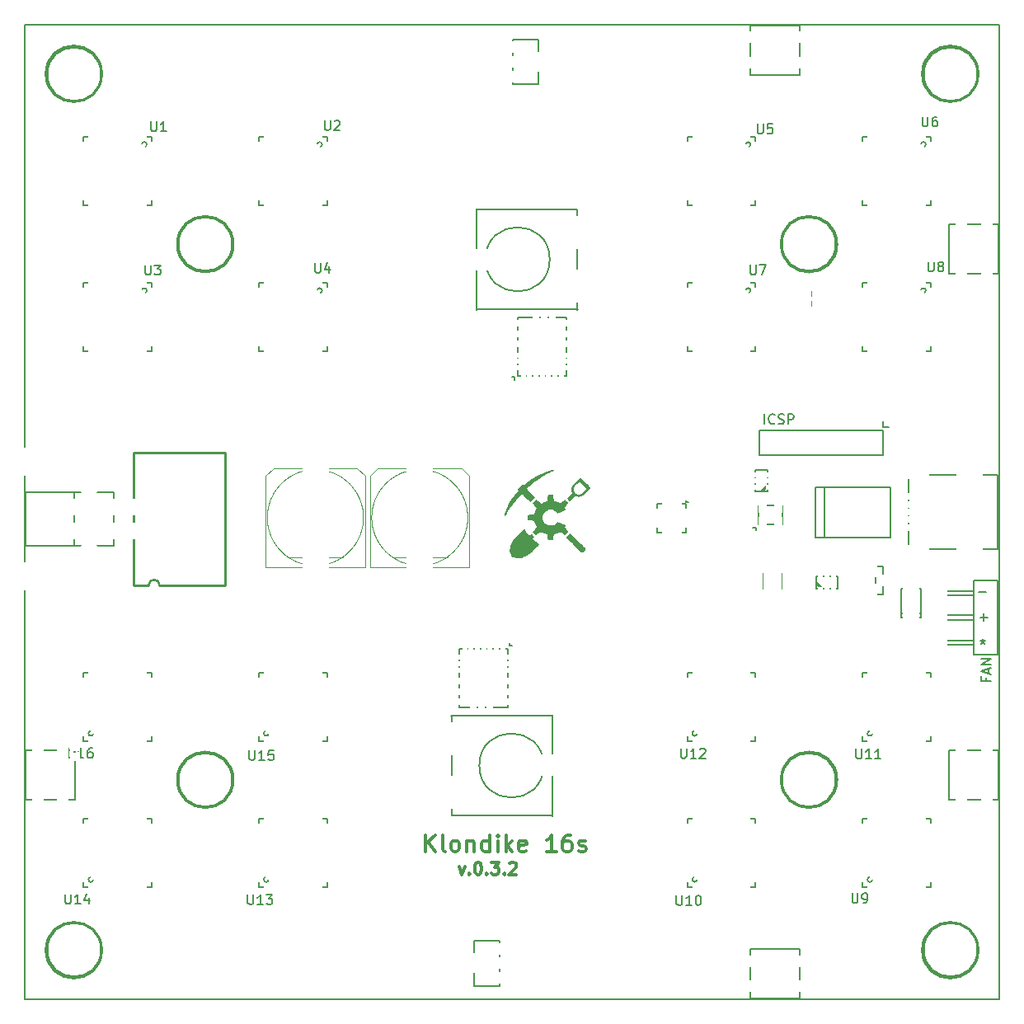
<source format=gto>
G04 (created by PCBNEW (2013-05-16 BZR 4016)-stable) date 24. 12. 2013 16:18:25*
%MOIN*%
G04 Gerber Fmt 3.4, Leading zero omitted, Abs format*
%FSLAX34Y34*%
G01*
G70*
G90*
G04 APERTURE LIST*
%ADD10C,0.00590551*%
%ADD11C,0.011811*%
%ADD12C,0.00787402*%
%ADD13C,0.0001*%
%ADD14C,0.015*%
%ADD15C,0.005*%
%ADD16C,0.008*%
%ADD17C,0.0028*%
%ADD18C,0.01*%
%ADD19C,0.000984252*%
%ADD20C,0.006*%
%ADD21C,0.004*%
%ADD22C,0.20885*%
%ADD23R,0.0375906X0.0454646*%
%ADD24R,0.0828X0.0749*%
%ADD25C,0.0474*%
%ADD26R,0.1005X0.0316*%
%ADD27R,0.1104X0.0907*%
%ADD28R,0.0379843X0.023811*%
%ADD29R,0.0277X0.071*%
%ADD30R,0.0513701X0.0513701*%
%ADD31R,0.0907402X0.062*%
%ADD32R,0.0356X0.0277*%
%ADD33C,0.11811*%
%ADD34R,0.137984X0.0513701*%
%ADD35R,0.0513701X0.137984*%
%ADD36R,0.0316X0.0238*%
%ADD37R,0.0238X0.0316*%
%ADD38R,0.224598X0.224598*%
%ADD39R,0.0238X0.0415*%
%ADD40R,0.0415X0.0238*%
%ADD41R,0.0828661X0.0828661*%
%ADD42R,0.0513701X0.0434961*%
%ADD43R,0.0238X0.0395*%
%ADD44R,0.0395X0.0238*%
%ADD45R,0.0297165X0.110031*%
%ADD46R,0.0958583X0.12578*%
%ADD47R,0.0521575X0.110031*%
%ADD48R,0.117906X0.0730236*%
%ADD49R,0.035622X0.0289291*%
%ADD50R,0.0289291X0.0395591*%
%ADD51R,0.023811X0.0379843*%
%ADD52O,0.0946X0.0946*%
%ADD53C,0.13011*%
%ADD54R,0.031685X0.031685*%
%ADD55R,0.0631811X0.0474331*%
%ADD56R,0.0868031X0.0474331*%
%ADD57R,0.118299X0.0789291*%
%ADD58R,0.0255906X0.0393701*%
%ADD59R,0.0216535X0.0393701*%
%ADD60R,0.0671181X0.0513701*%
%ADD61R,0.0434961X0.0434961*%
%ADD62R,0.0671181X0.0631811*%
%ADD63R,0.0868031X0.0907402*%
%ADD64R,0.122236X0.134047*%
%ADD65R,0.0749921X0.0434961*%
%ADD66R,0.0434961X0.0513701*%
%ADD67R,0.110425X0.16948*%
%ADD68R,0.0434961X0.0474331*%
%ADD69R,0.0474331X0.0434961*%
%ADD70R,0.0474331X0.0395591*%
%ADD71R,0.0395591X0.0474331*%
%ADD72R,0.0395591X0.031685*%
%ADD73R,0.031685X0.0395591*%
%ADD74R,0.035622X0.031685*%
%ADD75R,0.031685X0.035622*%
%ADD76R,0.232472X0.116331*%
%ADD77R,0.287591X0.0671181*%
G04 APERTURE END LIST*
G54D10*
G54D11*
X56320Y-55668D02*
X56437Y-55996D01*
X56554Y-55668D01*
X56742Y-55949D02*
X56765Y-55973D01*
X56742Y-55996D01*
X56718Y-55973D01*
X56742Y-55949D01*
X56742Y-55996D01*
X57070Y-55504D02*
X57117Y-55504D01*
X57163Y-55527D01*
X57187Y-55551D01*
X57210Y-55598D01*
X57234Y-55691D01*
X57234Y-55808D01*
X57210Y-55902D01*
X57187Y-55949D01*
X57163Y-55973D01*
X57117Y-55996D01*
X57070Y-55996D01*
X57023Y-55973D01*
X56999Y-55949D01*
X56976Y-55902D01*
X56953Y-55808D01*
X56953Y-55691D01*
X56976Y-55598D01*
X56999Y-55551D01*
X57023Y-55527D01*
X57070Y-55504D01*
X57445Y-55949D02*
X57468Y-55973D01*
X57445Y-55996D01*
X57421Y-55973D01*
X57445Y-55949D01*
X57445Y-55996D01*
X57632Y-55504D02*
X57937Y-55504D01*
X57773Y-55691D01*
X57843Y-55691D01*
X57890Y-55715D01*
X57913Y-55738D01*
X57937Y-55785D01*
X57937Y-55902D01*
X57913Y-55949D01*
X57890Y-55973D01*
X57843Y-55996D01*
X57702Y-55996D01*
X57656Y-55973D01*
X57632Y-55949D01*
X58148Y-55949D02*
X58171Y-55973D01*
X58148Y-55996D01*
X58124Y-55973D01*
X58148Y-55949D01*
X58148Y-55996D01*
X58359Y-55551D02*
X58382Y-55527D01*
X58429Y-55504D01*
X58546Y-55504D01*
X58593Y-55527D01*
X58616Y-55551D01*
X58640Y-55598D01*
X58640Y-55644D01*
X58616Y-55715D01*
X58335Y-55996D01*
X58640Y-55996D01*
G54D12*
X68336Y-41958D02*
X68336Y-42076D01*
X68198Y-41958D02*
X68336Y-41958D01*
X73464Y-37903D02*
X73464Y-37687D01*
X73474Y-37903D02*
X73710Y-37903D01*
X58375Y-46742D02*
X58454Y-46742D01*
X58356Y-46643D02*
X58356Y-46742D01*
X58572Y-35875D02*
X58572Y-36003D01*
X58454Y-35875D02*
X58572Y-35875D01*
X77620Y-48045D02*
X77620Y-48176D01*
X77826Y-48176D02*
X77432Y-48176D01*
X77432Y-47988D01*
X77714Y-47857D02*
X77714Y-47670D01*
X77826Y-47895D02*
X77432Y-47763D01*
X77826Y-47632D01*
X77826Y-47501D02*
X77432Y-47501D01*
X77826Y-47276D01*
X77432Y-47276D01*
X77500Y-46488D02*
X77500Y-46581D01*
X77406Y-46544D02*
X77500Y-46581D01*
X77593Y-46544D01*
X77443Y-46656D02*
X77500Y-46581D01*
X77556Y-46656D01*
X77330Y-44586D02*
X77630Y-44586D01*
X77389Y-45590D02*
X77689Y-45590D01*
X77539Y-45740D02*
X77539Y-45440D01*
X68670Y-37777D02*
X68670Y-37383D01*
X69083Y-37739D02*
X69064Y-37758D01*
X69008Y-37777D01*
X68970Y-37777D01*
X68914Y-37758D01*
X68877Y-37721D01*
X68858Y-37683D01*
X68839Y-37608D01*
X68839Y-37552D01*
X68858Y-37477D01*
X68877Y-37440D01*
X68914Y-37402D01*
X68970Y-37383D01*
X69008Y-37383D01*
X69064Y-37402D01*
X69083Y-37421D01*
X69233Y-37758D02*
X69289Y-37777D01*
X69383Y-37777D01*
X69420Y-37758D01*
X69439Y-37739D01*
X69458Y-37702D01*
X69458Y-37664D01*
X69439Y-37627D01*
X69420Y-37608D01*
X69383Y-37589D01*
X69308Y-37571D01*
X69270Y-37552D01*
X69251Y-37533D01*
X69233Y-37496D01*
X69233Y-37458D01*
X69251Y-37421D01*
X69270Y-37402D01*
X69308Y-37383D01*
X69401Y-37383D01*
X69458Y-37402D01*
X69626Y-37777D02*
X69626Y-37383D01*
X69776Y-37383D01*
X69814Y-37402D01*
X69833Y-37421D01*
X69851Y-37458D01*
X69851Y-37514D01*
X69833Y-37552D01*
X69814Y-37571D01*
X69776Y-37589D01*
X69626Y-37589D01*
X65511Y-40925D02*
X65590Y-40925D01*
X65511Y-40856D02*
X65511Y-40925D01*
X40526Y-50887D02*
X40526Y-51206D01*
X40545Y-51243D01*
X40563Y-51262D01*
X40601Y-51281D01*
X40676Y-51281D01*
X40713Y-51262D01*
X40732Y-51243D01*
X40751Y-51206D01*
X40751Y-50887D01*
X41145Y-51281D02*
X40920Y-51281D01*
X41032Y-51281D02*
X41032Y-50887D01*
X40995Y-50943D01*
X40957Y-50981D01*
X40920Y-51000D01*
X41482Y-50887D02*
X41407Y-50887D01*
X41369Y-50906D01*
X41351Y-50925D01*
X41313Y-50981D01*
X41294Y-51056D01*
X41294Y-51206D01*
X41313Y-51243D01*
X41332Y-51262D01*
X41369Y-51281D01*
X41444Y-51281D01*
X41482Y-51262D01*
X41501Y-51243D01*
X41519Y-51206D01*
X41519Y-51112D01*
X41501Y-51075D01*
X41482Y-51056D01*
X41444Y-51037D01*
X41369Y-51037D01*
X41332Y-51056D01*
X41313Y-51075D01*
X41294Y-51112D01*
X47839Y-50976D02*
X47839Y-51294D01*
X47858Y-51332D01*
X47876Y-51351D01*
X47914Y-51369D01*
X47989Y-51369D01*
X48026Y-51351D01*
X48045Y-51332D01*
X48064Y-51294D01*
X48064Y-50976D01*
X48458Y-51369D02*
X48233Y-51369D01*
X48345Y-51369D02*
X48345Y-50976D01*
X48308Y-51032D01*
X48270Y-51070D01*
X48233Y-51088D01*
X48814Y-50976D02*
X48626Y-50976D01*
X48607Y-51163D01*
X48626Y-51145D01*
X48664Y-51126D01*
X48757Y-51126D01*
X48795Y-51145D01*
X48814Y-51163D01*
X48832Y-51201D01*
X48832Y-51294D01*
X48814Y-51332D01*
X48795Y-51351D01*
X48757Y-51369D01*
X48664Y-51369D01*
X48626Y-51351D01*
X48607Y-51332D01*
X40398Y-56793D02*
X40398Y-57111D01*
X40417Y-57149D01*
X40435Y-57168D01*
X40473Y-57186D01*
X40548Y-57186D01*
X40585Y-57168D01*
X40604Y-57149D01*
X40623Y-57111D01*
X40623Y-56793D01*
X41017Y-57186D02*
X40792Y-57186D01*
X40904Y-57186D02*
X40904Y-56793D01*
X40867Y-56849D01*
X40829Y-56886D01*
X40792Y-56905D01*
X41354Y-56924D02*
X41354Y-57186D01*
X41260Y-56774D02*
X41167Y-57055D01*
X41410Y-57055D01*
X47780Y-56812D02*
X47780Y-57131D01*
X47799Y-57169D01*
X47817Y-57187D01*
X47855Y-57206D01*
X47930Y-57206D01*
X47967Y-57187D01*
X47986Y-57169D01*
X48005Y-57131D01*
X48005Y-56812D01*
X48398Y-57206D02*
X48173Y-57206D01*
X48286Y-57206D02*
X48286Y-56812D01*
X48248Y-56869D01*
X48211Y-56906D01*
X48173Y-56925D01*
X48530Y-56812D02*
X48773Y-56812D01*
X48642Y-56962D01*
X48698Y-56962D01*
X48736Y-56981D01*
X48755Y-57000D01*
X48773Y-57037D01*
X48773Y-57131D01*
X48755Y-57169D01*
X48736Y-57187D01*
X48698Y-57206D01*
X48586Y-57206D01*
X48548Y-57187D01*
X48530Y-57169D01*
X65290Y-50897D02*
X65290Y-51216D01*
X65308Y-51253D01*
X65327Y-51272D01*
X65365Y-51291D01*
X65440Y-51291D01*
X65477Y-51272D01*
X65496Y-51253D01*
X65515Y-51216D01*
X65515Y-50897D01*
X65908Y-51291D02*
X65683Y-51291D01*
X65796Y-51291D02*
X65796Y-50897D01*
X65758Y-50953D01*
X65721Y-50991D01*
X65683Y-51010D01*
X66058Y-50935D02*
X66077Y-50916D01*
X66115Y-50897D01*
X66208Y-50897D01*
X66246Y-50916D01*
X66264Y-50935D01*
X66283Y-50972D01*
X66283Y-51010D01*
X66264Y-51066D01*
X66040Y-51291D01*
X66283Y-51291D01*
X72376Y-50917D02*
X72376Y-51235D01*
X72395Y-51273D01*
X72414Y-51292D01*
X72451Y-51310D01*
X72526Y-51310D01*
X72564Y-51292D01*
X72582Y-51273D01*
X72601Y-51235D01*
X72601Y-50917D01*
X72995Y-51310D02*
X72770Y-51310D01*
X72882Y-51310D02*
X72882Y-50917D01*
X72845Y-50973D01*
X72807Y-51010D01*
X72770Y-51029D01*
X73370Y-51310D02*
X73145Y-51310D01*
X73257Y-51310D02*
X73257Y-50917D01*
X73220Y-50973D01*
X73182Y-51010D01*
X73145Y-51029D01*
X65112Y-56842D02*
X65112Y-57161D01*
X65131Y-57198D01*
X65150Y-57217D01*
X65187Y-57236D01*
X65262Y-57236D01*
X65300Y-57217D01*
X65319Y-57198D01*
X65337Y-57161D01*
X65337Y-56842D01*
X65731Y-57236D02*
X65506Y-57236D01*
X65619Y-57236D02*
X65619Y-56842D01*
X65581Y-56898D01*
X65544Y-56936D01*
X65506Y-56954D01*
X65975Y-56842D02*
X66012Y-56842D01*
X66050Y-56861D01*
X66069Y-56879D01*
X66087Y-56917D01*
X66106Y-56992D01*
X66106Y-57086D01*
X66087Y-57161D01*
X66069Y-57198D01*
X66050Y-57217D01*
X66012Y-57236D01*
X65975Y-57236D01*
X65937Y-57217D01*
X65919Y-57198D01*
X65900Y-57161D01*
X65881Y-57086D01*
X65881Y-56992D01*
X65900Y-56917D01*
X65919Y-56879D01*
X65937Y-56861D01*
X65975Y-56842D01*
X72219Y-56753D02*
X72219Y-57072D01*
X72238Y-57110D01*
X72257Y-57128D01*
X72294Y-57147D01*
X72369Y-57147D01*
X72407Y-57128D01*
X72425Y-57110D01*
X72444Y-57072D01*
X72444Y-56753D01*
X72650Y-57147D02*
X72725Y-57147D01*
X72763Y-57128D01*
X72782Y-57110D01*
X72819Y-57053D01*
X72838Y-56978D01*
X72838Y-56828D01*
X72819Y-56791D01*
X72800Y-56772D01*
X72763Y-56753D01*
X72688Y-56753D01*
X72650Y-56772D01*
X72632Y-56791D01*
X72613Y-56828D01*
X72613Y-56922D01*
X72632Y-56960D01*
X72650Y-56978D01*
X72688Y-56997D01*
X72763Y-56997D01*
X72800Y-56978D01*
X72819Y-56960D01*
X72838Y-56922D01*
X75290Y-31222D02*
X75290Y-31541D01*
X75309Y-31578D01*
X75328Y-31597D01*
X75365Y-31616D01*
X75440Y-31616D01*
X75478Y-31597D01*
X75496Y-31578D01*
X75515Y-31541D01*
X75515Y-31222D01*
X75759Y-31391D02*
X75721Y-31372D01*
X75703Y-31353D01*
X75684Y-31316D01*
X75684Y-31297D01*
X75703Y-31259D01*
X75721Y-31241D01*
X75759Y-31222D01*
X75834Y-31222D01*
X75871Y-31241D01*
X75890Y-31259D01*
X75909Y-31297D01*
X75909Y-31316D01*
X75890Y-31353D01*
X75871Y-31372D01*
X75834Y-31391D01*
X75759Y-31391D01*
X75721Y-31409D01*
X75703Y-31428D01*
X75684Y-31466D01*
X75684Y-31541D01*
X75703Y-31578D01*
X75721Y-31597D01*
X75759Y-31616D01*
X75834Y-31616D01*
X75871Y-31597D01*
X75890Y-31578D01*
X75909Y-31541D01*
X75909Y-31466D01*
X75890Y-31428D01*
X75871Y-31409D01*
X75834Y-31391D01*
X68105Y-31350D02*
X68105Y-31669D01*
X68124Y-31706D01*
X68143Y-31725D01*
X68180Y-31744D01*
X68255Y-31744D01*
X68293Y-31725D01*
X68311Y-31706D01*
X68330Y-31669D01*
X68330Y-31350D01*
X68480Y-31350D02*
X68742Y-31350D01*
X68574Y-31744D01*
X75054Y-25356D02*
X75054Y-25674D01*
X75073Y-25712D01*
X75091Y-25731D01*
X75129Y-25749D01*
X75204Y-25749D01*
X75241Y-25731D01*
X75260Y-25712D01*
X75279Y-25674D01*
X75279Y-25356D01*
X75635Y-25356D02*
X75560Y-25356D01*
X75523Y-25374D01*
X75504Y-25393D01*
X75466Y-25449D01*
X75448Y-25524D01*
X75448Y-25674D01*
X75466Y-25712D01*
X75485Y-25731D01*
X75523Y-25749D01*
X75598Y-25749D01*
X75635Y-25731D01*
X75654Y-25712D01*
X75673Y-25674D01*
X75673Y-25581D01*
X75654Y-25543D01*
X75635Y-25524D01*
X75598Y-25506D01*
X75523Y-25506D01*
X75485Y-25524D01*
X75466Y-25543D01*
X75448Y-25581D01*
X68390Y-25651D02*
X68390Y-25970D01*
X68409Y-26007D01*
X68428Y-26026D01*
X68465Y-26045D01*
X68540Y-26045D01*
X68578Y-26026D01*
X68597Y-26007D01*
X68615Y-25970D01*
X68615Y-25651D01*
X68990Y-25651D02*
X68803Y-25651D01*
X68784Y-25838D01*
X68803Y-25820D01*
X68840Y-25801D01*
X68934Y-25801D01*
X68972Y-25820D01*
X68990Y-25838D01*
X69009Y-25876D01*
X69009Y-25970D01*
X68990Y-26007D01*
X68972Y-26026D01*
X68934Y-26045D01*
X68840Y-26045D01*
X68803Y-26026D01*
X68784Y-26007D01*
X50497Y-31271D02*
X50497Y-31590D01*
X50516Y-31627D01*
X50534Y-31646D01*
X50572Y-31665D01*
X50647Y-31665D01*
X50684Y-31646D01*
X50703Y-31627D01*
X50722Y-31590D01*
X50722Y-31271D01*
X51078Y-31402D02*
X51078Y-31665D01*
X50984Y-31252D02*
X50890Y-31534D01*
X51134Y-31534D01*
X43637Y-31360D02*
X43637Y-31678D01*
X43655Y-31716D01*
X43674Y-31735D01*
X43712Y-31753D01*
X43787Y-31753D01*
X43824Y-31735D01*
X43843Y-31716D01*
X43862Y-31678D01*
X43862Y-31360D01*
X44011Y-31360D02*
X44255Y-31360D01*
X44124Y-31510D01*
X44180Y-31510D01*
X44218Y-31528D01*
X44236Y-31547D01*
X44255Y-31585D01*
X44255Y-31678D01*
X44236Y-31716D01*
X44218Y-31735D01*
X44180Y-31753D01*
X44068Y-31753D01*
X44030Y-31735D01*
X44011Y-31716D01*
X50890Y-25503D02*
X50890Y-25822D01*
X50909Y-25860D01*
X50928Y-25878D01*
X50965Y-25897D01*
X51040Y-25897D01*
X51078Y-25878D01*
X51097Y-25860D01*
X51115Y-25822D01*
X51115Y-25503D01*
X51284Y-25541D02*
X51303Y-25522D01*
X51340Y-25503D01*
X51434Y-25503D01*
X51472Y-25522D01*
X51490Y-25541D01*
X51509Y-25578D01*
X51509Y-25616D01*
X51490Y-25672D01*
X51265Y-25897D01*
X51509Y-25897D01*
X43873Y-25553D02*
X43873Y-25871D01*
X43892Y-25909D01*
X43910Y-25928D01*
X43948Y-25946D01*
X44023Y-25946D01*
X44060Y-25928D01*
X44079Y-25909D01*
X44098Y-25871D01*
X44098Y-25553D01*
X44491Y-25946D02*
X44266Y-25946D01*
X44379Y-25946D02*
X44379Y-25553D01*
X44341Y-25609D01*
X44304Y-25646D01*
X44266Y-25665D01*
G54D11*
X54967Y-55082D02*
X54967Y-54393D01*
X55360Y-55082D02*
X55065Y-54688D01*
X55360Y-54393D02*
X54967Y-54786D01*
X55754Y-55082D02*
X55688Y-55049D01*
X55656Y-54983D01*
X55656Y-54393D01*
X56115Y-55082D02*
X56049Y-55049D01*
X56017Y-55016D01*
X55984Y-54950D01*
X55984Y-54753D01*
X56017Y-54688D01*
X56049Y-54655D01*
X56115Y-54622D01*
X56213Y-54622D01*
X56279Y-54655D01*
X56312Y-54688D01*
X56345Y-54753D01*
X56345Y-54950D01*
X56312Y-55016D01*
X56279Y-55049D01*
X56213Y-55082D01*
X56115Y-55082D01*
X56640Y-54622D02*
X56640Y-55082D01*
X56640Y-54688D02*
X56673Y-54655D01*
X56738Y-54622D01*
X56837Y-54622D01*
X56902Y-54655D01*
X56935Y-54721D01*
X56935Y-55082D01*
X57559Y-55082D02*
X57559Y-54393D01*
X57559Y-55049D02*
X57493Y-55082D01*
X57362Y-55082D01*
X57296Y-55049D01*
X57263Y-55016D01*
X57230Y-54950D01*
X57230Y-54753D01*
X57263Y-54688D01*
X57296Y-54655D01*
X57362Y-54622D01*
X57493Y-54622D01*
X57559Y-54655D01*
X57887Y-55082D02*
X57887Y-54622D01*
X57887Y-54393D02*
X57854Y-54425D01*
X57887Y-54458D01*
X57919Y-54425D01*
X57887Y-54393D01*
X57887Y-54458D01*
X58215Y-55082D02*
X58215Y-54393D01*
X58280Y-54819D02*
X58477Y-55082D01*
X58477Y-54622D02*
X58215Y-54885D01*
X59035Y-55049D02*
X58969Y-55082D01*
X58838Y-55082D01*
X58772Y-55049D01*
X58740Y-54983D01*
X58740Y-54721D01*
X58772Y-54655D01*
X58838Y-54622D01*
X58969Y-54622D01*
X59035Y-54655D01*
X59068Y-54721D01*
X59068Y-54786D01*
X58740Y-54852D01*
X60249Y-55082D02*
X59855Y-55082D01*
X60052Y-55082D02*
X60052Y-54393D01*
X59986Y-54491D01*
X59921Y-54557D01*
X59855Y-54589D01*
X60839Y-54393D02*
X60708Y-54393D01*
X60643Y-54425D01*
X60610Y-54458D01*
X60544Y-54557D01*
X60511Y-54688D01*
X60511Y-54950D01*
X60544Y-55016D01*
X60577Y-55049D01*
X60643Y-55082D01*
X60774Y-55082D01*
X60839Y-55049D01*
X60872Y-55016D01*
X60905Y-54950D01*
X60905Y-54786D01*
X60872Y-54721D01*
X60839Y-54688D01*
X60774Y-54655D01*
X60643Y-54655D01*
X60577Y-54688D01*
X60544Y-54721D01*
X60511Y-54786D01*
X61167Y-55049D02*
X61233Y-55082D01*
X61364Y-55082D01*
X61430Y-55049D01*
X61463Y-54983D01*
X61463Y-54950D01*
X61430Y-54885D01*
X61364Y-54852D01*
X61266Y-54852D01*
X61200Y-54819D01*
X61167Y-54753D01*
X61167Y-54721D01*
X61200Y-54655D01*
X61266Y-54622D01*
X61364Y-54622D01*
X61430Y-54655D01*
G54D10*
X38779Y-61023D02*
X78149Y-61023D01*
X78149Y-61023D02*
X78149Y-21653D01*
X78149Y-21653D02*
X38779Y-21653D01*
X38779Y-21653D02*
X38779Y-61023D01*
G54D13*
G36*
X61233Y-39949D02*
X61241Y-39955D01*
X61258Y-39970D01*
X61283Y-39993D01*
X61314Y-40022D01*
X61350Y-40057D01*
X61389Y-40095D01*
X61397Y-40103D01*
X61189Y-40103D01*
X61088Y-40206D01*
X61045Y-40250D01*
X61013Y-40286D01*
X60989Y-40315D01*
X60973Y-40341D01*
X60963Y-40366D01*
X60958Y-40391D01*
X60956Y-40419D01*
X60955Y-40430D01*
X60962Y-40486D01*
X60983Y-40537D01*
X61016Y-40579D01*
X61062Y-40612D01*
X61075Y-40619D01*
X61114Y-40631D01*
X61160Y-40634D01*
X61206Y-40631D01*
X61246Y-40619D01*
X61260Y-40610D01*
X61282Y-40593D01*
X61309Y-40570D01*
X61340Y-40542D01*
X61372Y-40512D01*
X61404Y-40483D01*
X61432Y-40454D01*
X61455Y-40430D01*
X61472Y-40412D01*
X61478Y-40401D01*
X61478Y-40400D01*
X61473Y-40393D01*
X61458Y-40376D01*
X61436Y-40351D01*
X61406Y-40321D01*
X61371Y-40285D01*
X61334Y-40247D01*
X61189Y-40103D01*
X61397Y-40103D01*
X61430Y-40136D01*
X61471Y-40177D01*
X61510Y-40217D01*
X61547Y-40255D01*
X61580Y-40290D01*
X61607Y-40318D01*
X61627Y-40340D01*
X61638Y-40354D01*
X61640Y-40357D01*
X61635Y-40366D01*
X61620Y-40383D01*
X61597Y-40408D01*
X61567Y-40440D01*
X61532Y-40476D01*
X61493Y-40516D01*
X61488Y-40520D01*
X61442Y-40567D01*
X61404Y-40603D01*
X61374Y-40631D01*
X61350Y-40653D01*
X61330Y-40669D01*
X61312Y-40681D01*
X61295Y-40691D01*
X61282Y-40697D01*
X61254Y-40710D01*
X61231Y-40718D01*
X61208Y-40721D01*
X61178Y-40722D01*
X61159Y-40722D01*
X61118Y-40721D01*
X61088Y-40717D01*
X61063Y-40709D01*
X61055Y-40706D01*
X61021Y-40690D01*
X60911Y-40799D01*
X60801Y-40907D01*
X60742Y-40848D01*
X60682Y-40788D01*
X60791Y-40679D01*
X60828Y-40641D01*
X60856Y-40613D01*
X60875Y-40593D01*
X60887Y-40578D01*
X60893Y-40568D01*
X60894Y-40560D01*
X60892Y-40553D01*
X60890Y-40550D01*
X60871Y-40497D01*
X60865Y-40439D01*
X60870Y-40378D01*
X60889Y-40318D01*
X60897Y-40300D01*
X60907Y-40282D01*
X60918Y-40264D01*
X60932Y-40245D01*
X60951Y-40223D01*
X60976Y-40196D01*
X61008Y-40162D01*
X61049Y-40121D01*
X61073Y-40098D01*
X61112Y-40059D01*
X61149Y-40024D01*
X61180Y-39994D01*
X61206Y-39971D01*
X61224Y-39955D01*
X61232Y-39949D01*
X61233Y-39949D01*
X61233Y-39949D01*
X61233Y-39949D01*
G37*
G36*
X60818Y-42204D02*
X60825Y-42209D01*
X60841Y-42224D01*
X60866Y-42247D01*
X60897Y-42277D01*
X60935Y-42313D01*
X60977Y-42354D01*
X61011Y-42387D01*
X61062Y-42437D01*
X61117Y-42491D01*
X61173Y-42545D01*
X61226Y-42597D01*
X61274Y-42643D01*
X61314Y-42683D01*
X61323Y-42691D01*
X61364Y-42732D01*
X61396Y-42764D01*
X61419Y-42788D01*
X61434Y-42806D01*
X61443Y-42820D01*
X61447Y-42830D01*
X61448Y-42834D01*
X61445Y-42846D01*
X61437Y-42861D01*
X61421Y-42880D01*
X61395Y-42907D01*
X61379Y-42922D01*
X61352Y-42948D01*
X61327Y-42969D01*
X61308Y-42984D01*
X61297Y-42989D01*
X61296Y-42989D01*
X61286Y-42984D01*
X61267Y-42968D01*
X61239Y-42943D01*
X61205Y-42911D01*
X61166Y-42872D01*
X61132Y-42837D01*
X61089Y-42794D01*
X61041Y-42744D01*
X60988Y-42691D01*
X60935Y-42636D01*
X60882Y-42582D01*
X60856Y-42556D01*
X60660Y-42357D01*
X60736Y-42281D01*
X60764Y-42253D01*
X60788Y-42230D01*
X60806Y-42213D01*
X60817Y-42205D01*
X60818Y-42204D01*
X60818Y-42204D01*
X60818Y-42204D01*
G37*
G36*
X60115Y-40642D02*
X60132Y-40736D01*
X60141Y-40787D01*
X60148Y-40824D01*
X60154Y-40851D01*
X60160Y-40869D01*
X60168Y-40881D01*
X60178Y-40888D01*
X60191Y-40892D01*
X60209Y-40897D01*
X60214Y-40898D01*
X60245Y-40908D01*
X60283Y-40922D01*
X60322Y-40939D01*
X60340Y-40947D01*
X60414Y-40982D01*
X60511Y-40916D01*
X60545Y-40893D01*
X60574Y-40874D01*
X60597Y-40859D01*
X60611Y-40851D01*
X60614Y-40850D01*
X60622Y-40855D01*
X60638Y-40869D01*
X60660Y-40890D01*
X60681Y-40911D01*
X60742Y-40971D01*
X60672Y-41073D01*
X60602Y-41174D01*
X60625Y-41210D01*
X60636Y-41230D01*
X60642Y-41245D01*
X60642Y-41250D01*
X60633Y-41255D01*
X60613Y-41264D01*
X60582Y-41277D01*
X60543Y-41294D01*
X60498Y-41312D01*
X60473Y-41323D01*
X60310Y-41391D01*
X60266Y-41343D01*
X60212Y-41296D01*
X60153Y-41262D01*
X60089Y-41241D01*
X60023Y-41235D01*
X59957Y-41243D01*
X59892Y-41264D01*
X59847Y-41289D01*
X59795Y-41331D01*
X59754Y-41383D01*
X59724Y-41441D01*
X59707Y-41503D01*
X59702Y-41568D01*
X59709Y-41633D01*
X59730Y-41696D01*
X59765Y-41755D01*
X59765Y-41756D01*
X59810Y-41804D01*
X59863Y-41842D01*
X59923Y-41869D01*
X59987Y-41884D01*
X60052Y-41886D01*
X60099Y-41878D01*
X60149Y-41863D01*
X60190Y-41842D01*
X60229Y-41814D01*
X60261Y-41784D01*
X60282Y-41762D01*
X60300Y-41745D01*
X60311Y-41736D01*
X60312Y-41735D01*
X60321Y-41738D01*
X60341Y-41746D01*
X60371Y-41757D01*
X60407Y-41772D01*
X60447Y-41789D01*
X60490Y-41806D01*
X60531Y-41824D01*
X60569Y-41840D01*
X60602Y-41854D01*
X60626Y-41864D01*
X60639Y-41870D01*
X60641Y-41872D01*
X60640Y-41881D01*
X60633Y-41898D01*
X60625Y-41913D01*
X60602Y-41949D01*
X60671Y-42048D01*
X60739Y-42148D01*
X60675Y-42211D01*
X60611Y-42275D01*
X60514Y-42209D01*
X60480Y-42186D01*
X60450Y-42166D01*
X60427Y-42152D01*
X60413Y-42144D01*
X60410Y-42143D01*
X60399Y-42146D01*
X60379Y-42156D01*
X60360Y-42166D01*
X60335Y-42178D01*
X60301Y-42192D01*
X60263Y-42207D01*
X60239Y-42215D01*
X60204Y-42226D01*
X60181Y-42235D01*
X60167Y-42243D01*
X60159Y-42250D01*
X60156Y-42260D01*
X60154Y-42267D01*
X60151Y-42285D01*
X60145Y-42313D01*
X60139Y-42349D01*
X60132Y-42387D01*
X60115Y-42481D01*
X60025Y-42481D01*
X59934Y-42481D01*
X59912Y-42362D01*
X59905Y-42321D01*
X59898Y-42285D01*
X59892Y-42258D01*
X59887Y-42241D01*
X59886Y-42237D01*
X59877Y-42232D01*
X59857Y-42224D01*
X59830Y-42214D01*
X59816Y-42210D01*
X59778Y-42196D01*
X59738Y-42179D01*
X59705Y-42162D01*
X59701Y-42160D01*
X59651Y-42130D01*
X59544Y-42203D01*
X59438Y-42276D01*
X59374Y-42212D01*
X59310Y-42148D01*
X59383Y-42041D01*
X59456Y-41934D01*
X59430Y-41883D01*
X59398Y-41815D01*
X59375Y-41750D01*
X59370Y-41730D01*
X59362Y-41699D01*
X59268Y-41682D01*
X59228Y-41674D01*
X59189Y-41667D01*
X59157Y-41661D01*
X59137Y-41656D01*
X59100Y-41649D01*
X59102Y-41560D01*
X59105Y-41470D01*
X59231Y-41447D01*
X59357Y-41423D01*
X59381Y-41354D01*
X59395Y-41316D01*
X59412Y-41277D01*
X59427Y-41244D01*
X59431Y-41237D01*
X59445Y-41208D01*
X59451Y-41188D01*
X59450Y-41179D01*
X59444Y-41170D01*
X59430Y-41150D01*
X59412Y-41122D01*
X59389Y-41089D01*
X59377Y-41072D01*
X59310Y-40975D01*
X59374Y-40911D01*
X59439Y-40847D01*
X59543Y-40918D01*
X59648Y-40990D01*
X59715Y-40955D01*
X59750Y-40938D01*
X59787Y-40922D01*
X59819Y-40910D01*
X59828Y-40907D01*
X59854Y-40899D01*
X59874Y-40890D01*
X59883Y-40885D01*
X59887Y-40875D01*
X59893Y-40852D01*
X59901Y-40821D01*
X59909Y-40782D01*
X59913Y-40759D01*
X59934Y-40642D01*
X60025Y-40642D01*
X60115Y-40642D01*
X60115Y-40642D01*
X60115Y-40642D01*
G37*
G36*
X60181Y-39636D02*
X60194Y-39639D01*
X60195Y-39640D01*
X60193Y-39641D01*
X60181Y-39645D01*
X60158Y-39655D01*
X60126Y-39670D01*
X60087Y-39689D01*
X60043Y-39710D01*
X59996Y-39733D01*
X59949Y-39757D01*
X59905Y-39780D01*
X59865Y-39802D01*
X59831Y-39820D01*
X59819Y-39827D01*
X59685Y-39909D01*
X59548Y-40001D01*
X59410Y-40101D01*
X59277Y-40205D01*
X59151Y-40311D01*
X59109Y-40349D01*
X59059Y-40394D01*
X59082Y-40421D01*
X59093Y-40433D01*
X59113Y-40456D01*
X59141Y-40485D01*
X59174Y-40521D01*
X59210Y-40561D01*
X59250Y-40604D01*
X59395Y-40759D01*
X59308Y-40847D01*
X59220Y-40934D01*
X59197Y-40913D01*
X59183Y-40900D01*
X59161Y-40880D01*
X59132Y-40854D01*
X59100Y-40824D01*
X59078Y-40804D01*
X59039Y-40769D01*
X58999Y-40732D01*
X58961Y-40696D01*
X58929Y-40665D01*
X58919Y-40655D01*
X58857Y-40595D01*
X58771Y-40692D01*
X58627Y-40863D01*
X58497Y-41034D01*
X58380Y-41206D01*
X58273Y-41382D01*
X58256Y-41412D01*
X58237Y-41446D01*
X58222Y-41469D01*
X58210Y-41484D01*
X58198Y-41494D01*
X58184Y-41501D01*
X58175Y-41505D01*
X58155Y-41512D01*
X58141Y-41514D01*
X58139Y-41512D01*
X58141Y-41496D01*
X58147Y-41469D01*
X58155Y-41436D01*
X58165Y-41401D01*
X58176Y-41367D01*
X58182Y-41348D01*
X58253Y-41172D01*
X58339Y-41000D01*
X58439Y-40833D01*
X58552Y-40672D01*
X58668Y-40528D01*
X58717Y-40472D01*
X58700Y-40453D01*
X58683Y-40435D01*
X58699Y-40414D01*
X58713Y-40396D01*
X58735Y-40373D01*
X58761Y-40346D01*
X58790Y-40318D01*
X58819Y-40290D01*
X58846Y-40266D01*
X58868Y-40248D01*
X58884Y-40236D01*
X58889Y-40234D01*
X58906Y-40239D01*
X58917Y-40246D01*
X58923Y-40251D01*
X58931Y-40251D01*
X58942Y-40246D01*
X58959Y-40233D01*
X58984Y-40212D01*
X58994Y-40203D01*
X59129Y-40095D01*
X59269Y-39995D01*
X59415Y-39905D01*
X59564Y-39826D01*
X59714Y-39759D01*
X59864Y-39705D01*
X60012Y-39663D01*
X60059Y-39653D01*
X60098Y-39646D01*
X60134Y-39640D01*
X60163Y-39637D01*
X60180Y-39636D01*
X60181Y-39636D01*
X60181Y-39636D01*
X60181Y-39636D01*
G37*
G36*
X58947Y-42030D02*
X58957Y-42031D01*
X58969Y-42038D01*
X58984Y-42054D01*
X59003Y-42081D01*
X59018Y-42104D01*
X59042Y-42138D01*
X59069Y-42174D01*
X59097Y-42210D01*
X59123Y-42243D01*
X59145Y-42268D01*
X59160Y-42283D01*
X59168Y-42289D01*
X59176Y-42290D01*
X59187Y-42283D01*
X59203Y-42267D01*
X59212Y-42258D01*
X59250Y-42220D01*
X59310Y-42279D01*
X59370Y-42338D01*
X59331Y-42378D01*
X59292Y-42417D01*
X59335Y-42457D01*
X59361Y-42479D01*
X59394Y-42506D01*
X59429Y-42533D01*
X59441Y-42543D01*
X59482Y-42572D01*
X59511Y-42594D01*
X59531Y-42611D01*
X59544Y-42622D01*
X59551Y-42631D01*
X59554Y-42639D01*
X59555Y-42645D01*
X59550Y-42655D01*
X59537Y-42672D01*
X59514Y-42698D01*
X59481Y-42733D01*
X59438Y-42778D01*
X59384Y-42832D01*
X59380Y-42836D01*
X59334Y-42880D01*
X59290Y-42923D01*
X59249Y-42962D01*
X59212Y-42996D01*
X59182Y-43023D01*
X59160Y-43042D01*
X59155Y-43046D01*
X59061Y-43108D01*
X58968Y-43155D01*
X58872Y-43190D01*
X58772Y-43211D01*
X58738Y-43216D01*
X58680Y-43217D01*
X58618Y-43207D01*
X58557Y-43188D01*
X58503Y-43162D01*
X58467Y-43136D01*
X58441Y-43105D01*
X58416Y-43064D01*
X58395Y-43015D01*
X58381Y-42964D01*
X58376Y-42941D01*
X58373Y-42872D01*
X58381Y-42796D01*
X58400Y-42714D01*
X58430Y-42629D01*
X58442Y-42601D01*
X58462Y-42560D01*
X58485Y-42519D01*
X58513Y-42478D01*
X58547Y-42433D01*
X58588Y-42384D01*
X58638Y-42329D01*
X58697Y-42267D01*
X58740Y-42223D01*
X58784Y-42179D01*
X58824Y-42139D01*
X58861Y-42103D01*
X58891Y-42074D01*
X58915Y-42052D01*
X58930Y-42038D01*
X58935Y-42035D01*
X58947Y-42030D01*
X58947Y-42030D01*
X58947Y-42030D01*
G37*
G54D14*
X47159Y-30511D02*
G75*
G03X47159Y-30511I-1096J0D01*
G74*
G01*
G54D10*
X68425Y-41850D02*
X69409Y-41850D01*
X69409Y-41850D02*
X69409Y-41062D01*
X69409Y-41062D02*
X68425Y-41062D01*
X68425Y-41062D02*
X68425Y-41850D01*
G54D15*
X74488Y-42853D02*
X78109Y-42853D01*
X78109Y-42853D02*
X78109Y-39823D01*
X78109Y-39823D02*
X74488Y-39823D01*
X74488Y-39823D02*
X74488Y-42853D01*
X68798Y-40253D02*
X68538Y-40513D01*
X68798Y-40313D02*
X68603Y-40513D01*
X68288Y-39823D02*
X68181Y-39823D01*
X68288Y-40333D02*
X68181Y-40333D01*
X68798Y-40078D02*
X68905Y-40078D01*
X68798Y-39823D02*
X68905Y-39823D01*
X68798Y-40333D02*
X68905Y-40333D01*
X68288Y-40078D02*
X68181Y-40078D01*
X68288Y-40513D02*
X68288Y-39643D01*
X68288Y-39643D02*
X68798Y-39643D01*
X68798Y-39643D02*
X68798Y-40513D01*
X68798Y-40513D02*
X68288Y-40513D01*
G54D16*
X70767Y-42381D02*
X73759Y-42381D01*
X73759Y-42381D02*
X73759Y-40335D01*
X73759Y-40335D02*
X70767Y-40335D01*
G54D15*
X70728Y-42381D02*
X71112Y-42381D01*
X71112Y-42381D02*
X71112Y-40335D01*
X71112Y-40335D02*
X70728Y-40335D01*
X70728Y-40335D02*
X70728Y-42381D01*
X73476Y-38043D02*
X73476Y-39043D01*
X73476Y-39043D02*
X68472Y-39043D01*
X68472Y-39033D02*
X68472Y-38033D01*
X68472Y-38043D02*
X73476Y-38043D01*
G54D10*
X75265Y-46525D02*
X77135Y-46525D01*
X77135Y-46525D02*
X77125Y-46712D01*
X77125Y-46712D02*
X75255Y-46712D01*
X75255Y-46712D02*
X75255Y-46535D01*
X75255Y-45521D02*
X77135Y-45521D01*
X77125Y-45521D02*
X77125Y-45708D01*
X77125Y-45708D02*
X75255Y-45708D01*
X75255Y-45708D02*
X75255Y-45521D01*
X75236Y-44704D02*
X75236Y-44527D01*
X75236Y-44527D02*
X75246Y-44537D01*
X75236Y-44527D02*
X77135Y-44527D01*
X77135Y-44527D02*
X77135Y-44694D01*
X77135Y-44694D02*
X75236Y-44694D01*
X77125Y-44114D02*
X77125Y-47106D01*
X77125Y-47106D02*
X78110Y-47106D01*
X78110Y-47106D02*
X78110Y-44114D01*
X78110Y-44114D02*
X77125Y-44114D01*
G54D17*
X70553Y-32616D02*
X70553Y-32416D01*
X70553Y-32416D02*
X70253Y-32416D01*
X70253Y-32416D02*
X70253Y-32616D01*
X70553Y-32816D02*
X70553Y-33016D01*
X70553Y-33016D02*
X70253Y-33016D01*
X70253Y-33016D02*
X70253Y-32816D01*
G54D10*
X68094Y-23657D02*
X68094Y-21657D01*
X68094Y-21657D02*
X70094Y-21657D01*
X70094Y-21657D02*
X70094Y-23657D01*
X70094Y-23657D02*
X68094Y-23657D01*
X76145Y-29708D02*
X78145Y-29708D01*
X78145Y-29708D02*
X78145Y-31708D01*
X78145Y-31708D02*
X76145Y-31708D01*
X76145Y-31708D02*
X76145Y-29708D01*
X76145Y-50968D02*
X78145Y-50968D01*
X78145Y-50968D02*
X78145Y-52968D01*
X78145Y-52968D02*
X76145Y-52968D01*
X76145Y-52968D02*
X76145Y-50968D01*
X70094Y-59019D02*
X70094Y-61019D01*
X70094Y-61019D02*
X68094Y-61019D01*
X68094Y-61019D02*
X68094Y-59019D01*
X68094Y-59019D02*
X70094Y-59019D01*
G54D15*
X41142Y-28936D02*
X43896Y-28936D01*
X43896Y-28936D02*
X43896Y-26182D01*
X43896Y-26182D02*
X41142Y-26182D01*
X41142Y-26182D02*
X41142Y-28936D01*
X43699Y-26477D02*
G75*
G03X43699Y-26477I-98J0D01*
G74*
G01*
X41142Y-34841D02*
X43896Y-34841D01*
X43896Y-34841D02*
X43896Y-32087D01*
X43896Y-32087D02*
X41142Y-32087D01*
X41142Y-32087D02*
X41142Y-34841D01*
X43699Y-32382D02*
G75*
G03X43699Y-32382I-98J0D01*
G74*
G01*
X48229Y-34841D02*
X50983Y-34841D01*
X50983Y-34841D02*
X50983Y-32087D01*
X50983Y-32087D02*
X48229Y-32087D01*
X48229Y-32087D02*
X48229Y-34841D01*
X50786Y-32382D02*
G75*
G03X50786Y-32382I-98J0D01*
G74*
G01*
X48229Y-28936D02*
X50983Y-28936D01*
X50983Y-28936D02*
X50983Y-26182D01*
X50983Y-26182D02*
X48229Y-26182D01*
X48229Y-26182D02*
X48229Y-28936D01*
X50786Y-26477D02*
G75*
G03X50786Y-26477I-98J0D01*
G74*
G01*
X43896Y-47835D02*
X41142Y-47835D01*
X41142Y-47835D02*
X41142Y-50589D01*
X41142Y-50589D02*
X43896Y-50589D01*
X43896Y-50589D02*
X43896Y-47835D01*
X41535Y-50294D02*
G75*
G03X41535Y-50294I-98J0D01*
G74*
G01*
X43896Y-53741D02*
X41142Y-53741D01*
X41142Y-53741D02*
X41142Y-56495D01*
X41142Y-56495D02*
X43896Y-56495D01*
X43896Y-56495D02*
X43896Y-53741D01*
X41535Y-56200D02*
G75*
G03X41535Y-56200I-98J0D01*
G74*
G01*
X50983Y-53741D02*
X48229Y-53741D01*
X48229Y-53741D02*
X48229Y-56495D01*
X48229Y-56495D02*
X50983Y-56495D01*
X50983Y-56495D02*
X50983Y-53741D01*
X48622Y-56200D02*
G75*
G03X48622Y-56200I-98J0D01*
G74*
G01*
X50983Y-47835D02*
X48229Y-47835D01*
X48229Y-47835D02*
X48229Y-50589D01*
X48229Y-50589D02*
X50983Y-50589D01*
X50983Y-50589D02*
X50983Y-47835D01*
X48622Y-50294D02*
G75*
G03X48622Y-50294I-98J0D01*
G74*
G01*
X68306Y-47835D02*
X65552Y-47835D01*
X65552Y-47835D02*
X65552Y-50589D01*
X65552Y-50589D02*
X68306Y-50589D01*
X68306Y-50589D02*
X68306Y-47835D01*
X65945Y-50294D02*
G75*
G03X65945Y-50294I-98J0D01*
G74*
G01*
X68306Y-53741D02*
X65552Y-53741D01*
X65552Y-53741D02*
X65552Y-56495D01*
X65552Y-56495D02*
X68306Y-56495D01*
X68306Y-56495D02*
X68306Y-53741D01*
X65945Y-56200D02*
G75*
G03X65945Y-56200I-98J0D01*
G74*
G01*
X75392Y-53741D02*
X72638Y-53741D01*
X72638Y-53741D02*
X72638Y-56495D01*
X72638Y-56495D02*
X75392Y-56495D01*
X75392Y-56495D02*
X75392Y-53741D01*
X73031Y-56200D02*
G75*
G03X73031Y-56200I-98J0D01*
G74*
G01*
X75392Y-47835D02*
X72638Y-47835D01*
X72638Y-47835D02*
X72638Y-50589D01*
X72638Y-50589D02*
X75392Y-50589D01*
X75392Y-50589D02*
X75392Y-47835D01*
X73031Y-50294D02*
G75*
G03X73031Y-50294I-98J0D01*
G74*
G01*
X72638Y-34841D02*
X75392Y-34841D01*
X75392Y-34841D02*
X75392Y-32087D01*
X75392Y-32087D02*
X72638Y-32087D01*
X72638Y-32087D02*
X72638Y-34841D01*
X75195Y-32382D02*
G75*
G03X75195Y-32382I-98J0D01*
G74*
G01*
X72638Y-28936D02*
X75392Y-28936D01*
X75392Y-28936D02*
X75392Y-26182D01*
X75392Y-26182D02*
X72638Y-26182D01*
X72638Y-26182D02*
X72638Y-28936D01*
X75195Y-26477D02*
G75*
G03X75195Y-26477I-98J0D01*
G74*
G01*
X65552Y-28936D02*
X68306Y-28936D01*
X68306Y-28936D02*
X68306Y-26182D01*
X68306Y-26182D02*
X65552Y-26182D01*
X65552Y-26182D02*
X65552Y-28936D01*
X68109Y-26477D02*
G75*
G03X68109Y-26477I-98J0D01*
G74*
G01*
X65552Y-34841D02*
X68306Y-34841D01*
X68306Y-34841D02*
X68306Y-32087D01*
X68306Y-32087D02*
X65552Y-32087D01*
X65552Y-32087D02*
X65552Y-34841D01*
X68109Y-32382D02*
G75*
G03X68109Y-32382I-98J0D01*
G74*
G01*
X65509Y-40995D02*
X64329Y-40995D01*
X64329Y-40995D02*
X64329Y-42175D01*
X64329Y-42175D02*
X65509Y-42175D01*
X65509Y-42175D02*
X65509Y-40995D01*
X58701Y-33474D02*
X58701Y-35836D01*
X58701Y-35836D02*
X60669Y-35836D01*
X60669Y-35836D02*
X60669Y-33474D01*
X60669Y-33474D02*
X58701Y-33474D01*
X58306Y-49245D02*
X58306Y-46883D01*
X58306Y-46883D02*
X56338Y-46883D01*
X56338Y-46883D02*
X56338Y-49245D01*
X56338Y-49245D02*
X58306Y-49245D01*
G54D10*
X40783Y-52968D02*
X38783Y-52968D01*
X38783Y-52968D02*
X38783Y-50968D01*
X38783Y-50968D02*
X40783Y-50968D01*
X40783Y-50968D02*
X40783Y-52968D01*
G54D14*
X41844Y-23622D02*
G75*
G03X41844Y-23622I-1096J0D01*
G74*
G01*
X41844Y-59055D02*
G75*
G03X41844Y-59055I-1096J0D01*
G74*
G01*
X47159Y-52165D02*
G75*
G03X47159Y-52165I-1096J0D01*
G74*
G01*
X71569Y-52165D02*
G75*
G03X71569Y-52165I-1096J0D01*
G74*
G01*
X77277Y-59055D02*
G75*
G03X77277Y-59055I-1096J0D01*
G74*
G01*
X77277Y-23622D02*
G75*
G03X77277Y-23622I-1096J0D01*
G74*
G01*
X71569Y-30511D02*
G75*
G03X71569Y-30511I-1096J0D01*
G74*
G01*
G54D15*
X71025Y-44438D02*
X70765Y-44178D01*
X70965Y-44438D02*
X70765Y-44243D01*
X71455Y-43928D02*
X71455Y-43820D01*
X70945Y-43928D02*
X70945Y-43820D01*
X71200Y-44438D02*
X71200Y-44545D01*
X71455Y-44438D02*
X71455Y-44545D01*
X70945Y-44438D02*
X70945Y-44545D01*
X71200Y-43928D02*
X71200Y-43820D01*
X70765Y-43928D02*
X71635Y-43928D01*
X71635Y-43928D02*
X71635Y-44438D01*
X71635Y-44438D02*
X70765Y-44438D01*
X70765Y-44438D02*
X70765Y-43928D01*
G54D18*
X46849Y-38937D02*
X46849Y-44291D01*
X46849Y-44291D02*
X44212Y-44291D01*
X43779Y-44291D02*
X43149Y-44291D01*
X43149Y-44291D02*
X43149Y-38937D01*
X43149Y-38937D02*
X46849Y-38937D01*
X43780Y-44291D02*
G75*
G02X44212Y-44291I216J0D01*
G74*
G01*
G54D15*
X58026Y-23623D02*
X58026Y-23823D01*
X58026Y-23823D02*
X58496Y-23823D01*
X58026Y-23623D02*
X58496Y-23623D01*
X58026Y-23033D02*
X58496Y-23033D01*
X58026Y-23233D02*
X58496Y-23233D01*
X58026Y-23033D02*
X58026Y-23233D01*
X58026Y-22443D02*
X58026Y-22643D01*
X58026Y-22643D02*
X58496Y-22643D01*
X58026Y-22443D02*
X58496Y-22443D01*
X59721Y-22778D02*
X59721Y-23488D01*
X59721Y-23488D02*
X59526Y-23488D01*
X59721Y-22778D02*
X59526Y-22778D01*
X58496Y-22228D02*
X59526Y-22228D01*
X59526Y-22228D02*
X59526Y-24038D01*
X59526Y-24038D02*
X58496Y-24038D01*
X58496Y-24038D02*
X58496Y-22228D01*
X58425Y-59096D02*
X58425Y-58896D01*
X58425Y-58896D02*
X57955Y-58896D01*
X58425Y-59096D02*
X57955Y-59096D01*
X58425Y-59686D02*
X57955Y-59686D01*
X58425Y-59486D02*
X57955Y-59486D01*
X58425Y-59686D02*
X58425Y-59486D01*
X58425Y-60276D02*
X58425Y-60076D01*
X58425Y-60076D02*
X57955Y-60076D01*
X58425Y-60276D02*
X57955Y-60276D01*
X56730Y-59941D02*
X56730Y-59231D01*
X56730Y-59231D02*
X56925Y-59231D01*
X56730Y-59941D02*
X56925Y-59941D01*
X57955Y-60491D02*
X56925Y-60491D01*
X56925Y-60491D02*
X56925Y-58681D01*
X56925Y-58681D02*
X57955Y-58681D01*
X57955Y-58681D02*
X57955Y-60491D01*
G54D19*
X69370Y-43690D02*
X68582Y-43690D01*
X68582Y-43690D02*
X68582Y-44596D01*
X68582Y-44596D02*
X69370Y-44596D01*
X69370Y-44596D02*
X69370Y-43690D01*
G54D20*
X73166Y-44674D02*
X73166Y-43534D01*
X73166Y-43534D02*
X73466Y-43534D01*
X73466Y-43534D02*
X73466Y-44674D01*
X73466Y-44674D02*
X73166Y-44674D01*
G54D15*
X74990Y-45423D02*
X74202Y-45423D01*
X74990Y-45620D02*
X74990Y-44438D01*
X74990Y-44438D02*
X74202Y-44438D01*
X74202Y-44438D02*
X74202Y-45620D01*
X74202Y-45620D02*
X74990Y-45620D01*
G54D16*
X61109Y-29113D02*
X61109Y-33169D01*
X61128Y-33150D02*
X57072Y-33150D01*
X57016Y-33172D02*
X57016Y-29064D01*
X57062Y-29096D02*
X61092Y-29096D01*
X59988Y-31123D02*
G75*
G03X59988Y-31123I-1299J0D01*
G74*
G01*
X56020Y-53598D02*
X56020Y-49542D01*
X56001Y-49561D02*
X60057Y-49561D01*
X60113Y-49539D02*
X60113Y-53647D01*
X60067Y-53615D02*
X56037Y-53615D01*
X59739Y-51588D02*
G75*
G03X59739Y-51588I-1299J0D01*
G74*
G01*
G54D21*
X48823Y-39559D02*
X52207Y-39559D01*
X52522Y-43573D02*
X48508Y-43573D01*
X51480Y-39874D02*
G75*
G02X50180Y-43485I-965J-1691D01*
G74*
G01*
X50171Y-43573D02*
X48508Y-43573D01*
X48508Y-43573D02*
X48508Y-39874D01*
X48508Y-39874D02*
X48823Y-39559D01*
X52207Y-39559D02*
X52522Y-39874D01*
X52522Y-39874D02*
X52522Y-43573D01*
X52522Y-43573D02*
X50849Y-43573D01*
X49550Y-43258D02*
G75*
G02X50850Y-39648I965J1691D01*
G74*
G01*
X51627Y-43160D02*
X49413Y-43160D01*
X52463Y-41566D02*
G75*
G03X52463Y-41566I-1948J0D01*
G74*
G01*
X53044Y-39559D02*
X56428Y-39559D01*
X56743Y-43573D02*
X52729Y-43573D01*
X55701Y-39874D02*
G75*
G02X54401Y-43485I-965J-1691D01*
G74*
G01*
X54392Y-43573D02*
X52729Y-43573D01*
X52729Y-43573D02*
X52729Y-39874D01*
X52729Y-39874D02*
X53044Y-39559D01*
X56428Y-39559D02*
X56743Y-39874D01*
X56743Y-39874D02*
X56743Y-43573D01*
X56743Y-43573D02*
X55070Y-43573D01*
X53771Y-43258D02*
G75*
G02X55071Y-39648I965J1691D01*
G74*
G01*
X55848Y-43160D02*
X53634Y-43160D01*
X56684Y-41566D02*
G75*
G03X56684Y-41566I-1948J0D01*
G74*
G01*
G54D10*
X40777Y-40541D02*
X42352Y-40541D01*
X42352Y-40541D02*
X42352Y-42706D01*
X42352Y-42706D02*
X40777Y-42706D01*
X38809Y-42706D02*
X38809Y-40541D01*
X38809Y-40541D02*
X40777Y-40541D01*
X40777Y-40541D02*
X40777Y-42706D01*
X40777Y-42706D02*
X38809Y-42706D01*
%LPC*%
G54D22*
X46062Y-30511D03*
G54D23*
X69242Y-41151D03*
X68592Y-41151D03*
X69242Y-41761D03*
X68592Y-41761D03*
G54D24*
X56279Y-29960D03*
X56279Y-31062D03*
X55413Y-29960D03*
X55413Y-31062D03*
X61850Y-29980D03*
X61850Y-31082D03*
X62775Y-29980D03*
X62775Y-31082D03*
X60885Y-52607D03*
X60885Y-51505D03*
X61712Y-52587D03*
X61712Y-51485D03*
X55275Y-52657D03*
X55275Y-51555D03*
X54429Y-52657D03*
X54429Y-51555D03*
G54D25*
X75807Y-42204D03*
X75807Y-40472D03*
G54D26*
X74763Y-41338D03*
X74763Y-41652D03*
X74763Y-41967D03*
X74763Y-41024D03*
X74763Y-40709D03*
G54D27*
X74803Y-43089D03*
X74803Y-39587D03*
X76948Y-43089D03*
X76948Y-39587D03*
G54D28*
X68905Y-40334D03*
X68181Y-40078D03*
X68905Y-39822D03*
X68905Y-40078D03*
X68181Y-39822D03*
X68181Y-40334D03*
G54D29*
X71112Y-42785D03*
X71368Y-42785D03*
X71624Y-42785D03*
X71880Y-42785D03*
X72136Y-42785D03*
X72390Y-42785D03*
X72646Y-42785D03*
X72902Y-42785D03*
X73158Y-42785D03*
X73414Y-42785D03*
X73414Y-39931D03*
X73158Y-39931D03*
X72902Y-39931D03*
X72646Y-39931D03*
X72390Y-39931D03*
X72136Y-39931D03*
X71880Y-39931D03*
X71624Y-39931D03*
X71368Y-39931D03*
X71112Y-39931D03*
G54D30*
X71976Y-38543D03*
X70976Y-38543D03*
X69976Y-38543D03*
X72976Y-38543D03*
X68976Y-38543D03*
G54D31*
X75629Y-45610D03*
X75629Y-46614D03*
X75629Y-44606D03*
G54D32*
X70403Y-32539D03*
X70403Y-32893D03*
G54D33*
X72637Y-25196D03*
X75393Y-57480D03*
X43651Y-58100D03*
X52362Y-24212D03*
X40206Y-36082D03*
X64566Y-36417D03*
X51968Y-46653D03*
X64960Y-46653D03*
G54D34*
X68051Y-23159D03*
X68051Y-22155D03*
X70137Y-22155D03*
X70137Y-23159D03*
G54D35*
X76643Y-29665D03*
X77647Y-29665D03*
X77647Y-31751D03*
X76643Y-31751D03*
X76643Y-50925D03*
X77647Y-50925D03*
X77647Y-53011D03*
X76643Y-53011D03*
G54D34*
X70137Y-59517D03*
X70137Y-60521D03*
X68051Y-60521D03*
X68051Y-59517D03*
G54D36*
X43896Y-26477D03*
X43896Y-26674D03*
X43896Y-26871D03*
X43896Y-27067D03*
X43896Y-27264D03*
X43896Y-27461D03*
X43896Y-27657D03*
X43896Y-27854D03*
X43896Y-28051D03*
X43896Y-28247D03*
X43896Y-28444D03*
X43896Y-28641D03*
G54D37*
X43601Y-28936D03*
X43404Y-28936D03*
X43207Y-28936D03*
X43011Y-28936D03*
X42814Y-28936D03*
X42617Y-28936D03*
X42421Y-28936D03*
X42224Y-28936D03*
X42027Y-28936D03*
X41831Y-28936D03*
X41634Y-28936D03*
X41437Y-28936D03*
G54D36*
X41142Y-28641D03*
X41142Y-28444D03*
X41142Y-28247D03*
X41142Y-28051D03*
X41142Y-27854D03*
X41142Y-27657D03*
X41142Y-27461D03*
X41142Y-27264D03*
X41142Y-27067D03*
X41142Y-26871D03*
X41142Y-26674D03*
X41142Y-26477D03*
G54D37*
X41437Y-26182D03*
X41634Y-26182D03*
X41831Y-26182D03*
X42027Y-26182D03*
X42224Y-26182D03*
X42421Y-26182D03*
X42617Y-26182D03*
X42814Y-26182D03*
X43011Y-26182D03*
X43207Y-26182D03*
X43404Y-26182D03*
X43601Y-26182D03*
G54D38*
X42519Y-27559D03*
G54D36*
X43896Y-32382D03*
X43896Y-32579D03*
X43896Y-32776D03*
X43896Y-32972D03*
X43896Y-33169D03*
X43896Y-33366D03*
X43896Y-33562D03*
X43896Y-33759D03*
X43896Y-33956D03*
X43896Y-34152D03*
X43896Y-34349D03*
X43896Y-34546D03*
G54D37*
X43601Y-34841D03*
X43404Y-34841D03*
X43207Y-34841D03*
X43011Y-34841D03*
X42814Y-34841D03*
X42617Y-34841D03*
X42421Y-34841D03*
X42224Y-34841D03*
X42027Y-34841D03*
X41831Y-34841D03*
X41634Y-34841D03*
X41437Y-34841D03*
G54D36*
X41142Y-34546D03*
X41142Y-34349D03*
X41142Y-34152D03*
X41142Y-33956D03*
X41142Y-33759D03*
X41142Y-33562D03*
X41142Y-33366D03*
X41142Y-33169D03*
X41142Y-32972D03*
X41142Y-32776D03*
X41142Y-32579D03*
X41142Y-32382D03*
G54D37*
X41437Y-32087D03*
X41634Y-32087D03*
X41831Y-32087D03*
X42027Y-32087D03*
X42224Y-32087D03*
X42421Y-32087D03*
X42617Y-32087D03*
X42814Y-32087D03*
X43011Y-32087D03*
X43207Y-32087D03*
X43404Y-32087D03*
X43601Y-32087D03*
G54D38*
X42519Y-33464D03*
G54D36*
X50983Y-32382D03*
X50983Y-32579D03*
X50983Y-32776D03*
X50983Y-32972D03*
X50983Y-33169D03*
X50983Y-33366D03*
X50983Y-33562D03*
X50983Y-33759D03*
X50983Y-33956D03*
X50983Y-34152D03*
X50983Y-34349D03*
X50983Y-34546D03*
G54D37*
X50688Y-34841D03*
X50491Y-34841D03*
X50294Y-34841D03*
X50098Y-34841D03*
X49901Y-34841D03*
X49704Y-34841D03*
X49508Y-34841D03*
X49311Y-34841D03*
X49114Y-34841D03*
X48918Y-34841D03*
X48721Y-34841D03*
X48524Y-34841D03*
G54D36*
X48229Y-34546D03*
X48229Y-34349D03*
X48229Y-34152D03*
X48229Y-33956D03*
X48229Y-33759D03*
X48229Y-33562D03*
X48229Y-33366D03*
X48229Y-33169D03*
X48229Y-32972D03*
X48229Y-32776D03*
X48229Y-32579D03*
X48229Y-32382D03*
G54D37*
X48524Y-32087D03*
X48721Y-32087D03*
X48918Y-32087D03*
X49114Y-32087D03*
X49311Y-32087D03*
X49508Y-32087D03*
X49704Y-32087D03*
X49901Y-32087D03*
X50098Y-32087D03*
X50294Y-32087D03*
X50491Y-32087D03*
X50688Y-32087D03*
G54D38*
X49606Y-33464D03*
G54D36*
X50983Y-26477D03*
X50983Y-26674D03*
X50983Y-26871D03*
X50983Y-27067D03*
X50983Y-27264D03*
X50983Y-27461D03*
X50983Y-27657D03*
X50983Y-27854D03*
X50983Y-28051D03*
X50983Y-28247D03*
X50983Y-28444D03*
X50983Y-28641D03*
G54D37*
X50688Y-28936D03*
X50491Y-28936D03*
X50294Y-28936D03*
X50098Y-28936D03*
X49901Y-28936D03*
X49704Y-28936D03*
X49508Y-28936D03*
X49311Y-28936D03*
X49114Y-28936D03*
X48918Y-28936D03*
X48721Y-28936D03*
X48524Y-28936D03*
G54D36*
X48229Y-28641D03*
X48229Y-28444D03*
X48229Y-28247D03*
X48229Y-28051D03*
X48229Y-27854D03*
X48229Y-27657D03*
X48229Y-27461D03*
X48229Y-27264D03*
X48229Y-27067D03*
X48229Y-26871D03*
X48229Y-26674D03*
X48229Y-26477D03*
G54D37*
X48524Y-26182D03*
X48721Y-26182D03*
X48918Y-26182D03*
X49114Y-26182D03*
X49311Y-26182D03*
X49508Y-26182D03*
X49704Y-26182D03*
X49901Y-26182D03*
X50098Y-26182D03*
X50294Y-26182D03*
X50491Y-26182D03*
X50688Y-26182D03*
G54D38*
X49606Y-27559D03*
G54D36*
X41142Y-50294D03*
X41142Y-50097D03*
X41142Y-49900D03*
X41142Y-49704D03*
X41142Y-49507D03*
X41142Y-49310D03*
X41142Y-49114D03*
X41142Y-48917D03*
X41142Y-48720D03*
X41142Y-48524D03*
X41142Y-48327D03*
X41142Y-48130D03*
G54D37*
X41437Y-47835D03*
X41634Y-47835D03*
X41831Y-47835D03*
X42027Y-47835D03*
X42224Y-47835D03*
X42421Y-47835D03*
X42617Y-47835D03*
X42814Y-47835D03*
X43011Y-47835D03*
X43207Y-47835D03*
X43404Y-47835D03*
X43601Y-47835D03*
G54D36*
X43896Y-48130D03*
X43896Y-48327D03*
X43896Y-48524D03*
X43896Y-48720D03*
X43896Y-48917D03*
X43896Y-49114D03*
X43896Y-49310D03*
X43896Y-49507D03*
X43896Y-49704D03*
X43896Y-49900D03*
X43896Y-50097D03*
X43896Y-50294D03*
G54D37*
X43601Y-50589D03*
X43404Y-50589D03*
X43207Y-50589D03*
X43011Y-50589D03*
X42814Y-50589D03*
X42617Y-50589D03*
X42421Y-50589D03*
X42224Y-50589D03*
X42027Y-50589D03*
X41831Y-50589D03*
X41634Y-50589D03*
X41437Y-50589D03*
G54D38*
X42519Y-49212D03*
G54D36*
X41142Y-56200D03*
X41142Y-56003D03*
X41142Y-55806D03*
X41142Y-55610D03*
X41142Y-55413D03*
X41142Y-55216D03*
X41142Y-55020D03*
X41142Y-54823D03*
X41142Y-54626D03*
X41142Y-54430D03*
X41142Y-54233D03*
X41142Y-54036D03*
G54D37*
X41437Y-53741D03*
X41634Y-53741D03*
X41831Y-53741D03*
X42027Y-53741D03*
X42224Y-53741D03*
X42421Y-53741D03*
X42617Y-53741D03*
X42814Y-53741D03*
X43011Y-53741D03*
X43207Y-53741D03*
X43404Y-53741D03*
X43601Y-53741D03*
G54D36*
X43896Y-54036D03*
X43896Y-54233D03*
X43896Y-54430D03*
X43896Y-54626D03*
X43896Y-54823D03*
X43896Y-55020D03*
X43896Y-55216D03*
X43896Y-55413D03*
X43896Y-55610D03*
X43896Y-55806D03*
X43896Y-56003D03*
X43896Y-56200D03*
G54D37*
X43601Y-56495D03*
X43404Y-56495D03*
X43207Y-56495D03*
X43011Y-56495D03*
X42814Y-56495D03*
X42617Y-56495D03*
X42421Y-56495D03*
X42224Y-56495D03*
X42027Y-56495D03*
X41831Y-56495D03*
X41634Y-56495D03*
X41437Y-56495D03*
G54D38*
X42519Y-55118D03*
G54D36*
X48229Y-56200D03*
X48229Y-56003D03*
X48229Y-55806D03*
X48229Y-55610D03*
X48229Y-55413D03*
X48229Y-55216D03*
X48229Y-55020D03*
X48229Y-54823D03*
X48229Y-54626D03*
X48229Y-54430D03*
X48229Y-54233D03*
X48229Y-54036D03*
G54D37*
X48524Y-53741D03*
X48721Y-53741D03*
X48918Y-53741D03*
X49114Y-53741D03*
X49311Y-53741D03*
X49508Y-53741D03*
X49704Y-53741D03*
X49901Y-53741D03*
X50098Y-53741D03*
X50294Y-53741D03*
X50491Y-53741D03*
X50688Y-53741D03*
G54D36*
X50983Y-54036D03*
X50983Y-54233D03*
X50983Y-54430D03*
X50983Y-54626D03*
X50983Y-54823D03*
X50983Y-55020D03*
X50983Y-55216D03*
X50983Y-55413D03*
X50983Y-55610D03*
X50983Y-55806D03*
X50983Y-56003D03*
X50983Y-56200D03*
G54D37*
X50688Y-56495D03*
X50491Y-56495D03*
X50294Y-56495D03*
X50098Y-56495D03*
X49901Y-56495D03*
X49704Y-56495D03*
X49508Y-56495D03*
X49311Y-56495D03*
X49114Y-56495D03*
X48918Y-56495D03*
X48721Y-56495D03*
X48524Y-56495D03*
G54D38*
X49606Y-55118D03*
G54D36*
X48229Y-50294D03*
X48229Y-50097D03*
X48229Y-49900D03*
X48229Y-49704D03*
X48229Y-49507D03*
X48229Y-49310D03*
X48229Y-49114D03*
X48229Y-48917D03*
X48229Y-48720D03*
X48229Y-48524D03*
X48229Y-48327D03*
X48229Y-48130D03*
G54D37*
X48524Y-47835D03*
X48721Y-47835D03*
X48918Y-47835D03*
X49114Y-47835D03*
X49311Y-47835D03*
X49508Y-47835D03*
X49704Y-47835D03*
X49901Y-47835D03*
X50098Y-47835D03*
X50294Y-47835D03*
X50491Y-47835D03*
X50688Y-47835D03*
G54D36*
X50983Y-48130D03*
X50983Y-48327D03*
X50983Y-48524D03*
X50983Y-48720D03*
X50983Y-48917D03*
X50983Y-49114D03*
X50983Y-49310D03*
X50983Y-49507D03*
X50983Y-49704D03*
X50983Y-49900D03*
X50983Y-50097D03*
X50983Y-50294D03*
G54D37*
X50688Y-50589D03*
X50491Y-50589D03*
X50294Y-50589D03*
X50098Y-50589D03*
X49901Y-50589D03*
X49704Y-50589D03*
X49508Y-50589D03*
X49311Y-50589D03*
X49114Y-50589D03*
X48918Y-50589D03*
X48721Y-50589D03*
X48524Y-50589D03*
G54D38*
X49606Y-49212D03*
G54D36*
X65552Y-50294D03*
X65552Y-50097D03*
X65552Y-49900D03*
X65552Y-49704D03*
X65552Y-49507D03*
X65552Y-49310D03*
X65552Y-49114D03*
X65552Y-48917D03*
X65552Y-48720D03*
X65552Y-48524D03*
X65552Y-48327D03*
X65552Y-48130D03*
G54D37*
X65847Y-47835D03*
X66044Y-47835D03*
X66241Y-47835D03*
X66437Y-47835D03*
X66634Y-47835D03*
X66831Y-47835D03*
X67027Y-47835D03*
X67224Y-47835D03*
X67421Y-47835D03*
X67617Y-47835D03*
X67814Y-47835D03*
X68011Y-47835D03*
G54D36*
X68306Y-48130D03*
X68306Y-48327D03*
X68306Y-48524D03*
X68306Y-48720D03*
X68306Y-48917D03*
X68306Y-49114D03*
X68306Y-49310D03*
X68306Y-49507D03*
X68306Y-49704D03*
X68306Y-49900D03*
X68306Y-50097D03*
X68306Y-50294D03*
G54D37*
X68011Y-50589D03*
X67814Y-50589D03*
X67617Y-50589D03*
X67421Y-50589D03*
X67224Y-50589D03*
X67027Y-50589D03*
X66831Y-50589D03*
X66634Y-50589D03*
X66437Y-50589D03*
X66241Y-50589D03*
X66044Y-50589D03*
X65847Y-50589D03*
G54D38*
X66929Y-49212D03*
G54D36*
X65552Y-56200D03*
X65552Y-56003D03*
X65552Y-55806D03*
X65552Y-55610D03*
X65552Y-55413D03*
X65552Y-55216D03*
X65552Y-55020D03*
X65552Y-54823D03*
X65552Y-54626D03*
X65552Y-54430D03*
X65552Y-54233D03*
X65552Y-54036D03*
G54D37*
X65847Y-53741D03*
X66044Y-53741D03*
X66241Y-53741D03*
X66437Y-53741D03*
X66634Y-53741D03*
X66831Y-53741D03*
X67027Y-53741D03*
X67224Y-53741D03*
X67421Y-53741D03*
X67617Y-53741D03*
X67814Y-53741D03*
X68011Y-53741D03*
G54D36*
X68306Y-54036D03*
X68306Y-54233D03*
X68306Y-54430D03*
X68306Y-54626D03*
X68306Y-54823D03*
X68306Y-55020D03*
X68306Y-55216D03*
X68306Y-55413D03*
X68306Y-55610D03*
X68306Y-55806D03*
X68306Y-56003D03*
X68306Y-56200D03*
G54D37*
X68011Y-56495D03*
X67814Y-56495D03*
X67617Y-56495D03*
X67421Y-56495D03*
X67224Y-56495D03*
X67027Y-56495D03*
X66831Y-56495D03*
X66634Y-56495D03*
X66437Y-56495D03*
X66241Y-56495D03*
X66044Y-56495D03*
X65847Y-56495D03*
G54D38*
X66929Y-55118D03*
G54D36*
X72638Y-56200D03*
X72638Y-56003D03*
X72638Y-55806D03*
X72638Y-55610D03*
X72638Y-55413D03*
X72638Y-55216D03*
X72638Y-55020D03*
X72638Y-54823D03*
X72638Y-54626D03*
X72638Y-54430D03*
X72638Y-54233D03*
X72638Y-54036D03*
G54D37*
X72933Y-53741D03*
X73130Y-53741D03*
X73327Y-53741D03*
X73523Y-53741D03*
X73720Y-53741D03*
X73917Y-53741D03*
X74113Y-53741D03*
X74310Y-53741D03*
X74507Y-53741D03*
X74703Y-53741D03*
X74900Y-53741D03*
X75097Y-53741D03*
G54D36*
X75392Y-54036D03*
X75392Y-54233D03*
X75392Y-54430D03*
X75392Y-54626D03*
X75392Y-54823D03*
X75392Y-55020D03*
X75392Y-55216D03*
X75392Y-55413D03*
X75392Y-55610D03*
X75392Y-55806D03*
X75392Y-56003D03*
X75392Y-56200D03*
G54D37*
X75097Y-56495D03*
X74900Y-56495D03*
X74703Y-56495D03*
X74507Y-56495D03*
X74310Y-56495D03*
X74113Y-56495D03*
X73917Y-56495D03*
X73720Y-56495D03*
X73523Y-56495D03*
X73327Y-56495D03*
X73130Y-56495D03*
X72933Y-56495D03*
G54D38*
X74015Y-55118D03*
G54D36*
X72638Y-50294D03*
X72638Y-50097D03*
X72638Y-49900D03*
X72638Y-49704D03*
X72638Y-49507D03*
X72638Y-49310D03*
X72638Y-49114D03*
X72638Y-48917D03*
X72638Y-48720D03*
X72638Y-48524D03*
X72638Y-48327D03*
X72638Y-48130D03*
G54D37*
X72933Y-47835D03*
X73130Y-47835D03*
X73327Y-47835D03*
X73523Y-47835D03*
X73720Y-47835D03*
X73917Y-47835D03*
X74113Y-47835D03*
X74310Y-47835D03*
X74507Y-47835D03*
X74703Y-47835D03*
X74900Y-47835D03*
X75097Y-47835D03*
G54D36*
X75392Y-48130D03*
X75392Y-48327D03*
X75392Y-48524D03*
X75392Y-48720D03*
X75392Y-48917D03*
X75392Y-49114D03*
X75392Y-49310D03*
X75392Y-49507D03*
X75392Y-49704D03*
X75392Y-49900D03*
X75392Y-50097D03*
X75392Y-50294D03*
G54D37*
X75097Y-50589D03*
X74900Y-50589D03*
X74703Y-50589D03*
X74507Y-50589D03*
X74310Y-50589D03*
X74113Y-50589D03*
X73917Y-50589D03*
X73720Y-50589D03*
X73523Y-50589D03*
X73327Y-50589D03*
X73130Y-50589D03*
X72933Y-50589D03*
G54D38*
X74015Y-49212D03*
G54D36*
X75392Y-32382D03*
X75392Y-32579D03*
X75392Y-32776D03*
X75392Y-32972D03*
X75392Y-33169D03*
X75392Y-33366D03*
X75392Y-33562D03*
X75392Y-33759D03*
X75392Y-33956D03*
X75392Y-34152D03*
X75392Y-34349D03*
X75392Y-34546D03*
G54D37*
X75097Y-34841D03*
X74900Y-34841D03*
X74703Y-34841D03*
X74507Y-34841D03*
X74310Y-34841D03*
X74113Y-34841D03*
X73917Y-34841D03*
X73720Y-34841D03*
X73523Y-34841D03*
X73327Y-34841D03*
X73130Y-34841D03*
X72933Y-34841D03*
G54D36*
X72638Y-34546D03*
X72638Y-34349D03*
X72638Y-34152D03*
X72638Y-33956D03*
X72638Y-33759D03*
X72638Y-33562D03*
X72638Y-33366D03*
X72638Y-33169D03*
X72638Y-32972D03*
X72638Y-32776D03*
X72638Y-32579D03*
X72638Y-32382D03*
G54D37*
X72933Y-32087D03*
X73130Y-32087D03*
X73327Y-32087D03*
X73523Y-32087D03*
X73720Y-32087D03*
X73917Y-32087D03*
X74113Y-32087D03*
X74310Y-32087D03*
X74507Y-32087D03*
X74703Y-32087D03*
X74900Y-32087D03*
X75097Y-32087D03*
G54D38*
X74015Y-33464D03*
G54D36*
X75392Y-26477D03*
X75392Y-26674D03*
X75392Y-26871D03*
X75392Y-27067D03*
X75392Y-27264D03*
X75392Y-27461D03*
X75392Y-27657D03*
X75392Y-27854D03*
X75392Y-28051D03*
X75392Y-28247D03*
X75392Y-28444D03*
X75392Y-28641D03*
G54D37*
X75097Y-28936D03*
X74900Y-28936D03*
X74703Y-28936D03*
X74507Y-28936D03*
X74310Y-28936D03*
X74113Y-28936D03*
X73917Y-28936D03*
X73720Y-28936D03*
X73523Y-28936D03*
X73327Y-28936D03*
X73130Y-28936D03*
X72933Y-28936D03*
G54D36*
X72638Y-28641D03*
X72638Y-28444D03*
X72638Y-28247D03*
X72638Y-28051D03*
X72638Y-27854D03*
X72638Y-27657D03*
X72638Y-27461D03*
X72638Y-27264D03*
X72638Y-27067D03*
X72638Y-26871D03*
X72638Y-26674D03*
X72638Y-26477D03*
G54D37*
X72933Y-26182D03*
X73130Y-26182D03*
X73327Y-26182D03*
X73523Y-26182D03*
X73720Y-26182D03*
X73917Y-26182D03*
X74113Y-26182D03*
X74310Y-26182D03*
X74507Y-26182D03*
X74703Y-26182D03*
X74900Y-26182D03*
X75097Y-26182D03*
G54D38*
X74015Y-27559D03*
G54D36*
X68306Y-26477D03*
X68306Y-26674D03*
X68306Y-26871D03*
X68306Y-27067D03*
X68306Y-27264D03*
X68306Y-27461D03*
X68306Y-27657D03*
X68306Y-27854D03*
X68306Y-28051D03*
X68306Y-28247D03*
X68306Y-28444D03*
X68306Y-28641D03*
G54D37*
X68011Y-28936D03*
X67814Y-28936D03*
X67617Y-28936D03*
X67421Y-28936D03*
X67224Y-28936D03*
X67027Y-28936D03*
X66831Y-28936D03*
X66634Y-28936D03*
X66437Y-28936D03*
X66241Y-28936D03*
X66044Y-28936D03*
X65847Y-28936D03*
G54D36*
X65552Y-28641D03*
X65552Y-28444D03*
X65552Y-28247D03*
X65552Y-28051D03*
X65552Y-27854D03*
X65552Y-27657D03*
X65552Y-27461D03*
X65552Y-27264D03*
X65552Y-27067D03*
X65552Y-26871D03*
X65552Y-26674D03*
X65552Y-26477D03*
G54D37*
X65847Y-26182D03*
X66044Y-26182D03*
X66241Y-26182D03*
X66437Y-26182D03*
X66634Y-26182D03*
X66831Y-26182D03*
X67027Y-26182D03*
X67224Y-26182D03*
X67421Y-26182D03*
X67617Y-26182D03*
X67814Y-26182D03*
X68011Y-26182D03*
G54D38*
X66929Y-27559D03*
G54D36*
X68306Y-32382D03*
X68306Y-32579D03*
X68306Y-32776D03*
X68306Y-32972D03*
X68306Y-33169D03*
X68306Y-33366D03*
X68306Y-33562D03*
X68306Y-33759D03*
X68306Y-33956D03*
X68306Y-34152D03*
X68306Y-34349D03*
X68306Y-34546D03*
G54D37*
X68011Y-34841D03*
X67814Y-34841D03*
X67617Y-34841D03*
X67421Y-34841D03*
X67224Y-34841D03*
X67027Y-34841D03*
X66831Y-34841D03*
X66634Y-34841D03*
X66437Y-34841D03*
X66241Y-34841D03*
X66044Y-34841D03*
X65847Y-34841D03*
G54D36*
X65552Y-34546D03*
X65552Y-34349D03*
X65552Y-34152D03*
X65552Y-33956D03*
X65552Y-33759D03*
X65552Y-33562D03*
X65552Y-33366D03*
X65552Y-33169D03*
X65552Y-32972D03*
X65552Y-32776D03*
X65552Y-32579D03*
X65552Y-32382D03*
G54D37*
X65847Y-32087D03*
X66044Y-32087D03*
X66241Y-32087D03*
X66437Y-32087D03*
X66634Y-32087D03*
X66831Y-32087D03*
X67027Y-32087D03*
X67224Y-32087D03*
X67421Y-32087D03*
X67617Y-32087D03*
X67814Y-32087D03*
X68011Y-32087D03*
G54D38*
X66929Y-33464D03*
G54D39*
X65214Y-41015D03*
X65017Y-41015D03*
X64821Y-41015D03*
X64624Y-41015D03*
G54D40*
X64349Y-41290D03*
X64349Y-41487D03*
X64349Y-41683D03*
X64349Y-41880D03*
G54D39*
X64624Y-42155D03*
X64821Y-42155D03*
X65017Y-42155D03*
X65214Y-42155D03*
G54D40*
X65489Y-41880D03*
X65489Y-41683D03*
X65489Y-41487D03*
X65489Y-41290D03*
G54D41*
X64919Y-41585D03*
G54D42*
X65441Y-41585D03*
G54D43*
X58917Y-35816D03*
X59173Y-35816D03*
X59429Y-35816D03*
X59685Y-35816D03*
X59940Y-35816D03*
X60196Y-35816D03*
X60452Y-35816D03*
G54D44*
X60649Y-35501D03*
X60649Y-35245D03*
X60649Y-34989D03*
X58721Y-35501D03*
X58721Y-35245D03*
X58721Y-34989D03*
G54D45*
X60472Y-34123D03*
G54D46*
X59773Y-34192D03*
G54D47*
X59005Y-34123D03*
G54D48*
X59665Y-35245D03*
G54D49*
X58700Y-33710D03*
X58700Y-34123D03*
X58700Y-34536D03*
X60669Y-33710D03*
X60669Y-34123D03*
X60659Y-34536D03*
G54D50*
X59773Y-33483D03*
X59438Y-33483D03*
X60108Y-33483D03*
G54D43*
X58089Y-46902D03*
X57833Y-46902D03*
X57577Y-46902D03*
X57322Y-46902D03*
X57066Y-46902D03*
X56810Y-46902D03*
X56554Y-46902D03*
G54D44*
X56358Y-47218D03*
X56358Y-47474D03*
X56358Y-47730D03*
X58286Y-47218D03*
X58286Y-47474D03*
X58286Y-47730D03*
G54D45*
X56534Y-48595D03*
G54D46*
X57233Y-48526D03*
G54D47*
X58001Y-48595D03*
G54D48*
X57341Y-47473D03*
G54D49*
X58306Y-49008D03*
X58306Y-48595D03*
X58306Y-48182D03*
X56337Y-49008D03*
X56337Y-48595D03*
X56347Y-48182D03*
G54D50*
X57233Y-49235D03*
X57568Y-49235D03*
X56898Y-49235D03*
G54D35*
X40285Y-53011D03*
X39281Y-53011D03*
X39281Y-50925D03*
X40285Y-50925D03*
G54D22*
X40748Y-23622D03*
X40748Y-59055D03*
X46062Y-52165D03*
X70472Y-52165D03*
X76181Y-59055D03*
X76181Y-23622D03*
X70472Y-30511D03*
G54D51*
X70944Y-44545D03*
X71200Y-43820D03*
X71456Y-44545D03*
X71200Y-44545D03*
X71456Y-43820D03*
X70944Y-43820D03*
G54D52*
X44252Y-43267D03*
X44252Y-41614D03*
X44252Y-39961D03*
X45904Y-39961D03*
X45904Y-41614D03*
X45904Y-43267D03*
G54D53*
X41378Y-43267D03*
X41378Y-39961D03*
G54D54*
X74025Y-41496D03*
X74025Y-41850D03*
X74025Y-40807D03*
X74025Y-41161D03*
X74035Y-42401D03*
X74035Y-42755D03*
X74025Y-40118D03*
X74025Y-40472D03*
G54D55*
X58263Y-22542D03*
G54D56*
X58361Y-23133D03*
G54D55*
X58263Y-23724D03*
G54D57*
X59248Y-23133D03*
G54D55*
X58188Y-60177D03*
G54D56*
X58090Y-59586D03*
G54D55*
X58188Y-58995D03*
G54D57*
X57204Y-59586D03*
G54D58*
X69291Y-44685D03*
X68661Y-44685D03*
G54D59*
X68877Y-44685D03*
X69074Y-44685D03*
X69074Y-43602D03*
X68877Y-43602D03*
G54D58*
X68661Y-43602D03*
X69291Y-43602D03*
G54D60*
X72883Y-43740D03*
X72883Y-44488D03*
X73750Y-44104D03*
G54D61*
X69616Y-42352D03*
X69616Y-42942D03*
X76407Y-35275D03*
X76998Y-35275D03*
G54D62*
X74596Y-45600D03*
X74596Y-44458D03*
G54D63*
X57290Y-31123D03*
G54D64*
X60696Y-32205D03*
X60696Y-30040D03*
G54D63*
X59838Y-51588D03*
G54D64*
X56432Y-50505D03*
X56432Y-52670D03*
G54D65*
X66525Y-41840D03*
X66525Y-41131D03*
G54D66*
X44074Y-23740D03*
X43444Y-23740D03*
X50068Y-23494D03*
X49438Y-23494D03*
G54D42*
X48139Y-29881D03*
X48139Y-30511D03*
X41023Y-29862D03*
X41023Y-30492D03*
X44015Y-52431D03*
X44015Y-51801D03*
X47746Y-53307D03*
X47746Y-52677D03*
G54D66*
X45127Y-59261D03*
X44498Y-59261D03*
X51259Y-59320D03*
X50629Y-59320D03*
X65078Y-59301D03*
X65708Y-59301D03*
X73011Y-59360D03*
X73641Y-59360D03*
G54D42*
X68366Y-52844D03*
X68366Y-52214D03*
X75324Y-52874D03*
X75324Y-52244D03*
X68681Y-29645D03*
X68681Y-30275D03*
X72559Y-29862D03*
X72559Y-30492D03*
G54D66*
X65285Y-23307D03*
X65915Y-23307D03*
X73238Y-23661D03*
X73868Y-23661D03*
G54D67*
X50515Y-43141D03*
X50515Y-39992D03*
X54736Y-43141D03*
X54736Y-39992D03*
G54D68*
X59409Y-49015D03*
X59409Y-48385D03*
X57559Y-34370D03*
X57559Y-33740D03*
G54D69*
X53740Y-35984D03*
X54370Y-35984D03*
X57539Y-23716D03*
X56909Y-23716D03*
X57539Y-23157D03*
X56909Y-23157D03*
X58897Y-58996D03*
X59527Y-58996D03*
X58897Y-59586D03*
X59527Y-59586D03*
X66122Y-39173D03*
X65492Y-39173D03*
X66122Y-39783D03*
X65492Y-39783D03*
X64842Y-43011D03*
X65472Y-43011D03*
X58204Y-45159D03*
X58833Y-45159D03*
X57644Y-45151D03*
X57015Y-45151D03*
G54D68*
X54114Y-46929D03*
X54114Y-46299D03*
X62500Y-52293D03*
X62500Y-51663D03*
G54D69*
X59118Y-46985D03*
X59747Y-46985D03*
X62559Y-46732D03*
X63188Y-46732D03*
X58507Y-46103D03*
X59136Y-46103D03*
G54D68*
X55645Y-48017D03*
X55645Y-48646D03*
G54D69*
X58936Y-37375D03*
X58307Y-37375D03*
X59511Y-37422D03*
X60140Y-37422D03*
G54D68*
X63031Y-35511D03*
X63031Y-36141D03*
X54606Y-30354D03*
X54606Y-30984D03*
G54D69*
X58038Y-35635D03*
X57409Y-35635D03*
X58573Y-36548D03*
X57944Y-36548D03*
G54D68*
X61464Y-34713D03*
X61464Y-34084D03*
G54D30*
X63996Y-39881D03*
X64822Y-39881D03*
X63996Y-39074D03*
X64822Y-39074D03*
X60157Y-48287D03*
X60157Y-49114D03*
X60984Y-48287D03*
X60984Y-49114D03*
X61811Y-48287D03*
X61811Y-49114D03*
X62460Y-48267D03*
X63287Y-48267D03*
X62460Y-47440D03*
X63287Y-47440D03*
X56850Y-34468D03*
X56850Y-33641D03*
X56023Y-34468D03*
X56023Y-33641D03*
X55196Y-34468D03*
X55196Y-33641D03*
X54468Y-34488D03*
X53641Y-34488D03*
X54468Y-35275D03*
X53641Y-35275D03*
G54D70*
X68110Y-43818D03*
X68110Y-44409D03*
X67312Y-43818D03*
X67312Y-44409D03*
X72145Y-43799D03*
X72145Y-44389D03*
X68818Y-42942D03*
X68818Y-42352D03*
X77283Y-34704D03*
X77283Y-34114D03*
X73051Y-37185D03*
X73051Y-37775D03*
G54D71*
X75354Y-38346D03*
X75944Y-38346D03*
X74606Y-38346D03*
X74015Y-38346D03*
G54D70*
X69911Y-39468D03*
X69911Y-40059D03*
X69911Y-40669D03*
X69911Y-41259D03*
X64133Y-42775D03*
X64133Y-43366D03*
X56303Y-45477D03*
X56303Y-46068D03*
X54830Y-47154D03*
X54830Y-46563D03*
X54633Y-45540D03*
X54633Y-44949D03*
G54D71*
X57857Y-44340D03*
X58448Y-44340D03*
G54D70*
X53811Y-44945D03*
X53811Y-45536D03*
X55440Y-45540D03*
X55440Y-44949D03*
X55653Y-46815D03*
X55653Y-47406D03*
G54D71*
X60062Y-45304D03*
X60653Y-45304D03*
X59723Y-46103D03*
X60314Y-46103D03*
X57606Y-45970D03*
X57015Y-45970D03*
G54D70*
X60834Y-37095D03*
X60834Y-36504D03*
X62307Y-35516D03*
X62307Y-36107D03*
X62464Y-36914D03*
X62464Y-37505D03*
G54D71*
X59259Y-38194D03*
X58668Y-38194D03*
G54D70*
X63267Y-37509D03*
X63267Y-36918D03*
X61645Y-36945D03*
X61645Y-37536D03*
X61456Y-35902D03*
X61456Y-35311D03*
G54D71*
X57043Y-37375D03*
X56452Y-37375D03*
X57322Y-36548D03*
X56731Y-36548D03*
X59503Y-36596D03*
X60094Y-36596D03*
G54D72*
X70423Y-42450D03*
X70423Y-42844D03*
G54D73*
X71988Y-44970D03*
X72381Y-44970D03*
X69832Y-44429D03*
X70226Y-44429D03*
G54D72*
X43366Y-51722D03*
X43366Y-52116D03*
G54D73*
X49448Y-52834D03*
X49842Y-52834D03*
G54D72*
X43966Y-59045D03*
X43966Y-59438D03*
G54D73*
X49931Y-59124D03*
X49537Y-59124D03*
X68248Y-51673D03*
X67854Y-51673D03*
X75246Y-51732D03*
X74852Y-51732D03*
G54D72*
X66220Y-59370D03*
X66220Y-59763D03*
G54D73*
X73523Y-59980D03*
X73129Y-59980D03*
X73740Y-29960D03*
X74133Y-29960D03*
X67007Y-29901D03*
X66614Y-29901D03*
X73946Y-24301D03*
X74340Y-24301D03*
G54D72*
X66456Y-23297D03*
X66456Y-22903D03*
G54D73*
X49665Y-30885D03*
X49271Y-30885D03*
X42342Y-30846D03*
X42736Y-30846D03*
X49547Y-24153D03*
X49940Y-24153D03*
G54D72*
X42913Y-23740D03*
X42913Y-24133D03*
X68129Y-41259D03*
X68129Y-41653D03*
G54D73*
X71171Y-39301D03*
X71564Y-39301D03*
G54D72*
X41948Y-46948D03*
X41948Y-46555D03*
X40797Y-50846D03*
X40797Y-51240D03*
G54D73*
X40314Y-48622D03*
X39921Y-48622D03*
X43208Y-52785D03*
X42814Y-52785D03*
X44842Y-48622D03*
X45236Y-48622D03*
X44842Y-50295D03*
X45236Y-50295D03*
G54D72*
X42834Y-51732D03*
X42834Y-52125D03*
X42263Y-51732D03*
X42263Y-52125D03*
X39970Y-49537D03*
X39970Y-49931D03*
G54D73*
X40314Y-48129D03*
X39921Y-48129D03*
X44842Y-48129D03*
X45236Y-48129D03*
X51919Y-50403D03*
X52312Y-50403D03*
X47362Y-48622D03*
X46968Y-48622D03*
G54D72*
X48405Y-51919D03*
X48405Y-52312D03*
X49350Y-46948D03*
X49350Y-46555D03*
G54D73*
X52027Y-48622D03*
X52421Y-48622D03*
G54D72*
X47598Y-50177D03*
X47598Y-50570D03*
X49881Y-51909D03*
X49881Y-52303D03*
X49389Y-51909D03*
X49389Y-52303D03*
X47106Y-49763D03*
X47106Y-50157D03*
G54D73*
X47362Y-48129D03*
X46968Y-48129D03*
X52027Y-48129D03*
X52421Y-48129D03*
G54D72*
X42283Y-57273D03*
X42283Y-57667D03*
X39940Y-56988D03*
X39940Y-56594D03*
X39940Y-55000D03*
X39940Y-54606D03*
X41771Y-52637D03*
X41771Y-52244D03*
G54D73*
X44124Y-53080D03*
X44517Y-53080D03*
G54D72*
X43287Y-46948D03*
X43287Y-46555D03*
X45098Y-56732D03*
X45098Y-56338D03*
X45098Y-55413D03*
X45098Y-55807D03*
X39940Y-55669D03*
X39940Y-56062D03*
X40433Y-54094D03*
X40433Y-54488D03*
X44622Y-53976D03*
X44622Y-53582D03*
G54D73*
X52037Y-56013D03*
X52431Y-56013D03*
G54D72*
X47086Y-56988D03*
X47086Y-56594D03*
X47086Y-55000D03*
X47086Y-54606D03*
X50374Y-52814D03*
X50374Y-52421D03*
X52125Y-53070D03*
X52125Y-53464D03*
X47578Y-56082D03*
X47578Y-56476D03*
X48897Y-52814D03*
X48897Y-52421D03*
X48887Y-58553D03*
X48887Y-58946D03*
X47086Y-55669D03*
X47086Y-56062D03*
X47578Y-54094D03*
X47578Y-54488D03*
X51633Y-53976D03*
X51633Y-53582D03*
X67736Y-52736D03*
X67736Y-52342D03*
G54D73*
X64350Y-48720D03*
X63956Y-48720D03*
G54D72*
X67775Y-46948D03*
X67775Y-46555D03*
X66397Y-46948D03*
X66397Y-46555D03*
G54D73*
X69251Y-48622D03*
X69645Y-48622D03*
G54D72*
X64901Y-51082D03*
X64901Y-50688D03*
X67263Y-51830D03*
X67263Y-52224D03*
X66673Y-51830D03*
X66673Y-52224D03*
X64901Y-49763D03*
X64901Y-50157D03*
X65078Y-48070D03*
X65078Y-47677D03*
G54D73*
X69251Y-48129D03*
X69645Y-48129D03*
G54D72*
X74704Y-52755D03*
X74704Y-52362D03*
X74547Y-46929D03*
X74547Y-46535D03*
G54D73*
X71850Y-48622D03*
X71456Y-48622D03*
G54D72*
X73405Y-46929D03*
X73405Y-46535D03*
G54D73*
X76181Y-48622D03*
X76574Y-48622D03*
X72234Y-50669D03*
X71840Y-50669D03*
G54D72*
X74212Y-51850D03*
X74212Y-52244D03*
X73700Y-51850D03*
X73700Y-52244D03*
X71811Y-49763D03*
X71811Y-50157D03*
G54D73*
X71850Y-48129D03*
X71456Y-48129D03*
X76181Y-48110D03*
X76574Y-48110D03*
X69163Y-56505D03*
X69557Y-56505D03*
X64350Y-49212D03*
X63956Y-49212D03*
X64744Y-54527D03*
X64350Y-54527D03*
G54D72*
X66181Y-52736D03*
X66181Y-52342D03*
G54D73*
X69330Y-54527D03*
X69724Y-54527D03*
G54D72*
X64763Y-56988D03*
X64763Y-56594D03*
G54D73*
X69143Y-50442D03*
X69537Y-50442D03*
G54D72*
X66649Y-57334D03*
X66649Y-57728D03*
X64763Y-55669D03*
X64763Y-56062D03*
G54D73*
X64744Y-54035D03*
X64350Y-54035D03*
X69330Y-54035D03*
X69724Y-54035D03*
G54D72*
X73610Y-57350D03*
X73610Y-57744D03*
X76417Y-56968D03*
X76417Y-56574D03*
G54D73*
X71830Y-54527D03*
X71437Y-54527D03*
G54D72*
X73208Y-52755D03*
X73208Y-52362D03*
G54D73*
X76338Y-54527D03*
X76732Y-54527D03*
G54D72*
X71830Y-56988D03*
X71830Y-56594D03*
X76417Y-55629D03*
X76417Y-56023D03*
G54D73*
X76181Y-49881D03*
X76574Y-49881D03*
G54D72*
X71830Y-55669D03*
X71830Y-56062D03*
G54D73*
X71830Y-54035D03*
X71437Y-54035D03*
X76338Y-54035D03*
X76732Y-54035D03*
G54D72*
X73188Y-35669D03*
X73188Y-36062D03*
G54D73*
X76338Y-34281D03*
X76732Y-34281D03*
G54D72*
X67263Y-35673D03*
X67263Y-36066D03*
X74397Y-35653D03*
X74397Y-36047D03*
G54D73*
X71653Y-34055D03*
X71259Y-34055D03*
G54D72*
X73661Y-30885D03*
X73661Y-30492D03*
X74173Y-30885D03*
X74173Y-30492D03*
G54D73*
X75728Y-32007D03*
X76122Y-32007D03*
G54D72*
X76141Y-32893D03*
X76141Y-32500D03*
G54D73*
X76338Y-34763D03*
X76732Y-34763D03*
X71653Y-34547D03*
X71259Y-34547D03*
X69192Y-34074D03*
X69586Y-34074D03*
X64842Y-32047D03*
X64448Y-32047D03*
G54D72*
X66043Y-29901D03*
X66043Y-30295D03*
G54D73*
X68996Y-32007D03*
X69389Y-32007D03*
X64685Y-35039D03*
X64291Y-35039D03*
G54D72*
X66122Y-35669D03*
X66122Y-36062D03*
X67086Y-30807D03*
X67086Y-30413D03*
X66535Y-30807D03*
X66535Y-30413D03*
X69448Y-32913D03*
X69448Y-32519D03*
G54D73*
X69192Y-34547D03*
X69586Y-34547D03*
X64685Y-34547D03*
X64291Y-34547D03*
G54D72*
X71456Y-26653D03*
X71456Y-26259D03*
X76181Y-25688D03*
X76181Y-26082D03*
G54D73*
X76240Y-28149D03*
X76633Y-28149D03*
G54D72*
X74665Y-29980D03*
X74665Y-30374D03*
G54D73*
X71712Y-28149D03*
X71318Y-28149D03*
G54D72*
X71456Y-25334D03*
X71456Y-25728D03*
X73169Y-29980D03*
X73169Y-30374D03*
X74551Y-25370D03*
X74551Y-24976D03*
X76181Y-27007D03*
X76181Y-26614D03*
G54D73*
X76240Y-28641D03*
X76633Y-28641D03*
X71712Y-28641D03*
X71318Y-28641D03*
G54D72*
X64468Y-25255D03*
X64468Y-25649D03*
G54D73*
X69133Y-28169D03*
X69527Y-28169D03*
G54D72*
X69409Y-25590D03*
X69409Y-25984D03*
X67578Y-29901D03*
X67578Y-30295D03*
G54D73*
X71860Y-32312D03*
X71466Y-32312D03*
X64625Y-29133D03*
X64232Y-29133D03*
G54D72*
X64468Y-26574D03*
X64468Y-26181D03*
X67519Y-25255D03*
X67519Y-24862D03*
X69389Y-27007D03*
X69389Y-26614D03*
G54D73*
X69133Y-28641D03*
X69527Y-28641D03*
X64625Y-28641D03*
X64232Y-28641D03*
G54D72*
X47125Y-32893D03*
X47125Y-32500D03*
X50177Y-30885D03*
X50177Y-30492D03*
X48740Y-30885D03*
X48740Y-30492D03*
X52086Y-33582D03*
X52086Y-33976D03*
X49192Y-29980D03*
X49192Y-30374D03*
X48799Y-35748D03*
X48799Y-36141D03*
G54D73*
X47401Y-35019D03*
X47007Y-35019D03*
G54D72*
X51535Y-31594D03*
X51535Y-31988D03*
X51535Y-32913D03*
X51535Y-32519D03*
X51594Y-34488D03*
X51594Y-34094D03*
G54D73*
X47401Y-34527D03*
X47007Y-34527D03*
G54D72*
X43208Y-35748D03*
X43208Y-36141D03*
X43259Y-30842D03*
X43259Y-30448D03*
X41653Y-30846D03*
X41653Y-30452D03*
G54D73*
X44744Y-34055D03*
X45137Y-34055D03*
G54D72*
X41771Y-35748D03*
X41771Y-36141D03*
G54D73*
X40275Y-34055D03*
X39881Y-34055D03*
X44645Y-31988D03*
X45039Y-31988D03*
X40127Y-32234D03*
X39734Y-32234D03*
G54D72*
X45059Y-32893D03*
X45059Y-32500D03*
G54D73*
X40275Y-34547D03*
X39881Y-34547D03*
X44744Y-34547D03*
X45137Y-34547D03*
G54D72*
X50137Y-25188D03*
X50137Y-24795D03*
X47106Y-27244D03*
X47106Y-26850D03*
X52224Y-25590D03*
X52224Y-25984D03*
X50149Y-35748D03*
X50149Y-36141D03*
G54D73*
X51771Y-28149D03*
X52165Y-28149D03*
G54D72*
X49685Y-29980D03*
X49685Y-30374D03*
X47106Y-25925D03*
X47106Y-26318D03*
G54D73*
X47421Y-28149D03*
X47027Y-28149D03*
G54D72*
X52204Y-27007D03*
X52204Y-26614D03*
G54D73*
X47421Y-28641D03*
X47027Y-28641D03*
X51771Y-28641D03*
X52165Y-28641D03*
G54D72*
X40039Y-26988D03*
X40039Y-26594D03*
X42145Y-29940D03*
X42145Y-30334D03*
X42775Y-29940D03*
X42775Y-30334D03*
G54D73*
X44763Y-28169D03*
X45157Y-28169D03*
G54D72*
X45137Y-25590D03*
X45137Y-25984D03*
G54D73*
X40255Y-28149D03*
X39862Y-28149D03*
G54D72*
X45137Y-27007D03*
X45137Y-26614D03*
G54D73*
X44763Y-28641D03*
X45157Y-28641D03*
G54D72*
X40039Y-25669D03*
X40039Y-26062D03*
X42905Y-25251D03*
X42905Y-24858D03*
G54D73*
X40255Y-28641D03*
X39862Y-28641D03*
G54D74*
X45629Y-27007D03*
X45629Y-26614D03*
X45551Y-32893D03*
X45551Y-32500D03*
X52027Y-32401D03*
X52027Y-32007D03*
X52696Y-27007D03*
X52696Y-26614D03*
X46614Y-49763D03*
X46614Y-50157D03*
X46594Y-55669D03*
X46594Y-56062D03*
X39448Y-55669D03*
X39448Y-56062D03*
X39478Y-49537D03*
X39478Y-49931D03*
G54D75*
X70216Y-43897D03*
X69822Y-43897D03*
G54D74*
X76673Y-27007D03*
X76673Y-26614D03*
G54D75*
X76692Y-32952D03*
X77086Y-32952D03*
G54D74*
X69921Y-32913D03*
X69921Y-32519D03*
X69881Y-27007D03*
X69881Y-26614D03*
X64409Y-49763D03*
X64409Y-50157D03*
X64271Y-55669D03*
X64271Y-56062D03*
X71338Y-55669D03*
X71338Y-56062D03*
X71318Y-49763D03*
X71318Y-50157D03*
G54D76*
X39911Y-43937D03*
X39911Y-39311D03*
G54D77*
X41840Y-41131D03*
X41840Y-42116D03*
M02*

</source>
